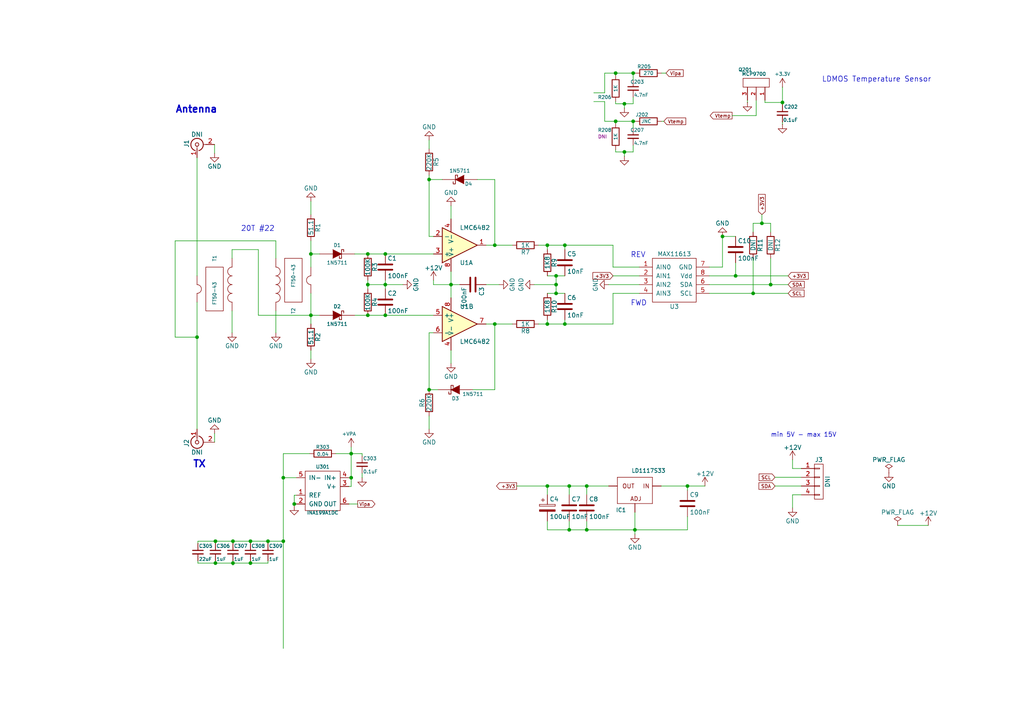
<source format=kicad_sch>
(kicad_sch (version 20250114) (generator "eeschema") (generator_version "9.0")
  (paper "A4")
  (title_block (title "VSWR-MONITOR-I2C") (date "2017-12-27") (rev "1.0-beta1") (company "AppMind"))
  (lib_symbols
    (symbol "+12V_1" (power) (pin_names (offset 0))
      (property "Value" "+12V" (at 0 3.556 0))
      (symbol "+12V_1_1_1"
        (pin power_in line (at 0 0 90) (length 0) (hide yes) (name "+12V") (number "1"))
      )
    )
    (symbol "+12V_2" (power) (pin_names (offset 0))
      (property "Value" "+12V" (at 0 3.556 0))
      (symbol "+12V_2_1_1"
        (pin power_in line (at 0 0 90) (length 0) (hide yes) (name "+12V") (number "1"))
      )
    )
    (symbol "+12V_3" (power) (pin_names (offset 0))
      (property "Value" "+12V" (at 0 3.556 0))
      (symbol "+12V_3_1_1"
        (pin power_in line (at 0 0 90) (length 0) (hide yes) (name "+12V") (number "1"))
      )
    )
    (symbol "+12V_4" (power) (pin_names (offset 0))
      (property "Value" "+12V" (at 0 3.556 0))
      (symbol "+12V_4_1_1"
        (pin power_in line (at 0 0 90) (length 0) (hide yes) (name "+12V") (number "1"))
      )
    )
    (symbol "+12V_5" (power) (pin_names (offset 0))
      (property "Value" "+12V" (at 0 3.556 0))
      (symbol "+12V_5_1_1"
        (pin power_in line (at 0 0 90) (length 0) (hide yes) (name "+12V") (number "1"))
      )
    )
    (symbol "+12V_6" (power) (pin_names (offset 0))
      (property "Value" "+12V" (at 0 3.556 0))
      (symbol "+12V_6_1_1"
        (pin power_in line (at 0 0 90) (length 0) (hide yes) (name "+12V") (number "1"))
      )
    )
    (symbol "+12V_7" (power) (pin_names (offset 0))
      (property "Value" "+12V" (at 0 3.556 0))
      (symbol "+12V_7_1_1"
        (pin power_in line (at 0 0 90) (length 0) (hide yes) (name "+12V") (number "1"))
      )
    )
    (symbol "+12V_8" (power) (pin_names (offset 0))
      (property "Value" "+12V" (at 0 3.556 0))
      (symbol "+12V_8_1_1"
        (pin power_in line (at 0 0 90) (length 0) (hide yes) (name "+12V") (number "1"))
      )
    )
    (symbol "CONN_01X04_1" (pin_names (offset 1.016) (hide yes))
      (property "Reference" "J" (at 0 6.35 0))
      (property "Value" "CONN_01X04" (at 2.54 0 90))
      (symbol "CONN_01X04_1_1_1"
        (pin passive line (at -5.08 3.81 0) (length 3.81) (name "P1") (number "1"))
        (pin passive line (at -5.08 1.27 0) (length 3.81) (name "P2") (number "2"))
        (pin passive line (at -5.08 -1.27 0) (length 3.81) (name "P3") (number "3"))
        (pin passive line (at -5.08 -3.81 0) (length 3.81) (name "P4") (number "4"))
      )
    )
    (symbol "CONN_01X04_2" (pin_names (offset 1.016) (hide yes))
      (property "Reference" "J" (at 0 6.35 0))
      (property "Value" "CONN_01X04" (at 2.54 0 90))
      (symbol "CONN_01X04_2_1_1"
        (pin passive line (at -5.08 3.81 0) (length 3.81) (name "P1") (number "1"))
        (pin passive line (at -5.08 1.27 0) (length 3.81) (name "P2") (number "2"))
        (pin passive line (at -5.08 -1.27 0) (length 3.81) (name "P3") (number "3"))
        (pin passive line (at -5.08 -3.81 0) (length 3.81) (name "P4") (number "4"))
      )
    )
    (symbol "CONN_COAXIAL_1" (pin_names (offset 1.016) (hide yes))
      (property "Reference" "J" (at 0.254 3.048 0))
      (property "Value" "CONN_COAXIAL" (at 2.921 0 90))
      (symbol "CONN_COAXIAL_1_1_1"
        (pin passive line (at -3.81 0 0) (length 2.54) (name "In") (number "1"))
        (pin passive line (at 0 -5.08 90) (length 2.54) (name "Ext") (number "2"))
      )
    )
    (symbol "CONN_COAXIAL_2" (pin_names (offset 1.016) (hide yes))
      (property "Reference" "J" (at 0.254 3.048 0))
      (property "Value" "CONN_COAXIAL" (at 2.921 0 90))
      (symbol "CONN_COAXIAL_2_1_1"
        (pin passive line (at -3.81 0 0) (length 2.54) (name "In") (number "1"))
        (pin passive line (at 0 -5.08 90) (length 2.54) (name "Ext") (number "2"))
      )
    )
    (symbol "CONN_COAXIAL_3" (pin_names (offset 1.016) (hide yes))
      (property "Reference" "J" (at 0.254 3.048 0))
      (property "Value" "CONN_COAXIAL" (at 2.921 0 90))
      (symbol "CONN_COAXIAL_3_1_1"
        (pin passive line (at -3.81 0 0) (length 2.54) (name "In") (number "1"))
        (pin passive line (at 0 -5.08 90) (length 2.54) (name "Ext") (number "2"))
      )
    )
    (symbol "CONN_COAXIAL_4" (pin_names (offset 1.016) (hide yes))
      (property "Reference" "J" (at 0.254 3.048 0))
      (property "Value" "CONN_COAXIAL" (at 2.921 0 90))
      (symbol "CONN_COAXIAL_4_1_1"
        (pin passive line (at -3.81 0 0) (length 2.54) (name "In") (number "1"))
        (pin passive line (at 0 -5.08 90) (length 2.54) (name "Ext") (number "2"))
      )
    )
    (symbol "CP_1" (pin_numbers (hide yes)) (pin_names (offset 0.254))
      (property "Reference" "C" (at 0.635 2.54 0))
      (property "Value" "CP" (at 0.635 -2.54 0))
      (symbol "CP_1_1_1"
        (pin passive line (at 0 3.81 270) (length 2.794) (name "~") (number "1"))
        (pin passive line (at 0 -3.81 90) (length 2.794) (name "~") (number "2"))
      )
    )
    (symbol "CP_2" (pin_numbers (hide yes)) (pin_names (offset 0.254))
      (property "Reference" "C" (at 0.635 2.54 0))
      (property "Value" "CP" (at 0.635 -2.54 0))
      (symbol "CP_2_1_1"
        (pin passive line (at 0 3.81 270) (length 2.794) (name "~") (number "1"))
        (pin passive line (at 0 -3.81 90) (length 2.794) (name "~") (number "2"))
      )
    )
    (symbol "C_1" (pin_numbers (hide yes)) (pin_names (offset 0.254))
      (property "Reference" "C" (at 0.635 2.54 0))
      (property "Value" "C" (at 0.635 -2.54 0))
      (symbol "C_1_1_1"
        (pin passive line (at 0 3.81 270) (length 2.794) (name "~") (number "1"))
        (pin passive line (at 0 -3.81 90) (length 2.794) (name "~") (number "2"))
      )
    )
    (symbol "C_10" (pin_numbers (hide yes)) (pin_names (offset 0.254))
      (property "Reference" "C" (at 0.635 2.54 0))
      (property "Value" "C" (at 0.635 -2.54 0))
      (symbol "C_10_1_1"
        (pin passive line (at 0 3.81 270) (length 2.794) (name "~") (number "1"))
        (pin passive line (at 0 -3.81 90) (length 2.794) (name "~") (number "2"))
      )
    )
    (symbol "C_11" (pin_numbers (hide yes)) (pin_names (offset 0.254))
      (property "Reference" "C" (at 0.635 2.54 0))
      (property "Value" "C" (at 0.635 -2.54 0))
      (symbol "C_11_1_1"
        (pin passive line (at 0 3.81 270) (length 2.794) (name "~") (number "1"))
        (pin passive line (at 0 -3.81 90) (length 2.794) (name "~") (number "2"))
      )
    )
    (symbol "C_12" (pin_numbers (hide yes)) (pin_names (offset 0.254))
      (property "Reference" "C" (at 0.635 2.54 0))
      (property "Value" "C" (at 0.635 -2.54 0))
      (symbol "C_12_1_1"
        (pin passive line (at 0 3.81 270) (length 2.794) (name "~") (number "1"))
        (pin passive line (at 0 -3.81 90) (length 2.794) (name "~") (number "2"))
      )
    )
    (symbol "C_13" (pin_numbers (hide yes)) (pin_names (offset 0.254))
      (property "Reference" "C" (at 0.635 2.54 0))
      (property "Value" "C" (at 0.635 -2.54 0))
      (symbol "C_13_1_1"
        (pin passive line (at 0 3.81 270) (length 2.794) (name "~") (number "1"))
        (pin passive line (at 0 -3.81 90) (length 2.794) (name "~") (number "2"))
      )
    )
    (symbol "C_14" (pin_numbers (hide yes)) (pin_names (offset 0.254))
      (property "Reference" "C" (at 0.635 2.54 0))
      (property "Value" "C" (at 0.635 -2.54 0))
      (symbol "C_14_1_1"
        (pin passive line (at 0 3.81 270) (length 2.794) (name "~") (number "1"))
        (pin passive line (at 0 -3.81 90) (length 2.794) (name "~") (number "2"))
      )
    )
    (symbol "C_15" (pin_numbers (hide yes)) (pin_names (offset 0.254))
      (property "Reference" "C" (at 0.635 2.54 0))
      (property "Value" "C" (at 0.635 -2.54 0))
      (symbol "C_15_1_1"
        (pin passive line (at 0 3.81 270) (length 2.794) (name "~") (number "1"))
        (pin passive line (at 0 -3.81 90) (length 2.794) (name "~") (number "2"))
      )
    )
    (symbol "C_16" (pin_numbers (hide yes)) (pin_names (offset 0.254))
      (property "Reference" "C" (at 0.635 2.54 0))
      (property "Value" "C" (at 0.635 -2.54 0))
      (symbol "C_16_1_1"
        (pin passive line (at 0 3.81 270) (length 2.794) (name "~") (number "1"))
        (pin passive line (at 0 -3.81 90) (length 2.794) (name "~") (number "2"))
      )
    )
    (symbol "C_17" (pin_numbers (hide yes)) (pin_names (offset 0.254))
      (property "Reference" "C" (at 0.635 2.54 0))
      (property "Value" "C" (at 0.635 -2.54 0))
      (symbol "C_17_1_1"
        (pin passive line (at 0 3.81 270) (length 2.794) (name "~") (number "1"))
        (pin passive line (at 0 -3.81 90) (length 2.794) (name "~") (number "2"))
      )
    )
    (symbol "C_18" (pin_numbers (hide yes)) (pin_names (offset 0.254))
      (property "Reference" "C" (at 0.635 2.54 0))
      (property "Value" "C" (at 0.635 -2.54 0))
      (symbol "C_18_1_1"
        (pin passive line (at 0 3.81 270) (length 2.794) (name "~") (number "1"))
        (pin passive line (at 0 -3.81 90) (length 2.794) (name "~") (number "2"))
      )
    )
    (symbol "C_2" (pin_numbers (hide yes)) (pin_names (offset 0.254))
      (property "Reference" "C" (at 0.635 2.54 0))
      (property "Value" "C" (at 0.635 -2.54 0))
      (symbol "C_2_1_1"
        (pin passive line (at 0 3.81 270) (length 2.794) (name "~") (number "1"))
        (pin passive line (at 0 -3.81 90) (length 2.794) (name "~") (number "2"))
      )
    )
    (symbol "C_3" (pin_numbers (hide yes)) (pin_names (offset 0.254))
      (property "Reference" "C" (at 0.635 2.54 0))
      (property "Value" "C" (at 0.635 -2.54 0))
      (symbol "C_3_1_1"
        (pin passive line (at 0 3.81 270) (length 2.794) (name "~") (number "1"))
        (pin passive line (at 0 -3.81 90) (length 2.794) (name "~") (number "2"))
      )
    )
    (symbol "C_4" (pin_numbers (hide yes)) (pin_names (offset 0.254))
      (property "Reference" "C" (at 0.635 2.54 0))
      (property "Value" "C" (at 0.635 -2.54 0))
      (symbol "C_4_1_1"
        (pin passive line (at 0 3.81 270) (length 2.794) (name "~") (number "1"))
        (pin passive line (at 0 -3.81 90) (length 2.794) (name "~") (number "2"))
      )
    )
    (symbol "C_5" (pin_numbers (hide yes)) (pin_names (offset 0.254))
      (property "Reference" "C" (at 0.635 2.54 0))
      (property "Value" "C" (at 0.635 -2.54 0))
      (symbol "C_5_1_1"
        (pin passive line (at 0 3.81 270) (length 2.794) (name "~") (number "1"))
        (pin passive line (at 0 -3.81 90) (length 2.794) (name "~") (number "2"))
      )
    )
    (symbol "C_6" (pin_numbers (hide yes)) (pin_names (offset 0.254))
      (property "Reference" "C" (at 0.635 2.54 0))
      (property "Value" "C" (at 0.635 -2.54 0))
      (symbol "C_6_1_1"
        (pin passive line (at 0 3.81 270) (length 2.794) (name "~") (number "1"))
        (pin passive line (at 0 -3.81 90) (length 2.794) (name "~") (number "2"))
      )
    )
    (symbol "C_7" (pin_numbers (hide yes)) (pin_names (offset 0.254))
      (property "Reference" "C" (at 0.635 2.54 0))
      (property "Value" "C" (at 0.635 -2.54 0))
      (symbol "C_7_1_1"
        (pin passive line (at 0 3.81 270) (length 2.794) (name "~") (number "1"))
        (pin passive line (at 0 -3.81 90) (length 2.794) (name "~") (number "2"))
      )
    )
    (symbol "C_8" (pin_numbers (hide yes)) (pin_names (offset 0.254))
      (property "Reference" "C" (at 0.635 2.54 0))
      (property "Value" "C" (at 0.635 -2.54 0))
      (symbol "C_8_1_1"
        (pin passive line (at 0 3.81 270) (length 2.794) (name "~") (number "1"))
        (pin passive line (at 0 -3.81 90) (length 2.794) (name "~") (number "2"))
      )
    )
    (symbol "C_9" (pin_numbers (hide yes)) (pin_names (offset 0.254))
      (property "Reference" "C" (at 0.635 2.54 0))
      (property "Value" "C" (at 0.635 -2.54 0))
      (symbol "C_9_1_1"
        (pin passive line (at 0 3.81 270) (length 2.794) (name "~") (number "1"))
        (pin passive line (at 0 -3.81 90) (length 2.794) (name "~") (number "2"))
      )
    )
    (symbol "DIODESCH_1" (pin_numbers (hide yes)) (pin_names (offset 1.016) (hide yes))
      (property "Reference" "D" (at 0 2.54 0))
      (property "Value" "DIODESCH" (at 0 -2.54 0))
      (symbol "DIODESCH_1_1_1"
        (pin passive line (at -5.08 0 0) (length 3.81) (name "A") (number "1"))
        (pin passive line (at 5.08 0 180) (length 3.81) (name "K") (number "2"))
      )
    )
    (symbol "DIODESCH_2" (pin_numbers (hide yes)) (pin_names (offset 1.016) (hide yes))
      (property "Reference" "D" (at 0 2.54 0))
      (property "Value" "DIODESCH" (at 0 -2.54 0))
      (symbol "DIODESCH_2_1_1"
        (pin passive line (at -5.08 0 0) (length 3.81) (name "A") (number "1"))
        (pin passive line (at 5.08 0 180) (length 3.81) (name "K") (number "2"))
      )
    )
    (symbol "DIODESCH_3" (pin_numbers (hide yes)) (pin_names (offset 1.016) (hide yes))
      (property "Reference" "D" (at 0 2.54 0))
      (property "Value" "DIODESCH" (at 0 -2.54 0))
      (symbol "DIODESCH_3_1_1"
        (pin passive line (at -5.08 0 0) (length 3.81) (name "A") (number "1"))
        (pin passive line (at 5.08 0 180) (length 3.81) (name "K") (number "2"))
      )
    )
    (symbol "DIODESCH_4" (pin_numbers (hide yes)) (pin_names (offset 1.016) (hide yes))
      (property "Reference" "D" (at 0 2.54 0))
      (property "Value" "DIODESCH" (at 0 -2.54 0))
      (symbol "DIODESCH_4_1_1"
        (pin passive line (at -5.08 0 0) (length 3.81) (name "A") (number "1"))
        (pin passive line (at 5.08 0 180) (length 3.81) (name "K") (number "2"))
      )
    )
    (symbol "DIODESCH_5" (pin_numbers (hide yes)) (pin_names (offset 1.016) (hide yes))
      (property "Reference" "D" (at 0 2.54 0))
      (property "Value" "DIODESCH" (at 0 -2.54 0))
      (symbol "DIODESCH_5_1_1"
        (pin passive line (at -5.08 0 0) (length 3.81) (name "A") (number "1"))
        (pin passive line (at 5.08 0 180) (length 3.81) (name "K") (number "2"))
      )
    )
    (symbol "DIODESCH_6" (pin_numbers (hide yes)) (pin_names (offset 1.016) (hide yes))
      (property "Reference" "D" (at 0 2.54 0))
      (property "Value" "DIODESCH" (at 0 -2.54 0))
      (symbol "DIODESCH_6_1_1"
        (pin passive line (at -5.08 0 0) (length 3.81) (name "A") (number "1"))
        (pin passive line (at 5.08 0 180) (length 3.81) (name "K") (number "2"))
      )
    )
    (symbol "DIODESCH_7" (pin_numbers (hide yes)) (pin_names (offset 1.016) (hide yes))
      (property "Reference" "D" (at 0 2.54 0))
      (property "Value" "DIODESCH" (at 0 -2.54 0))
      (symbol "DIODESCH_7_1_1"
        (pin passive line (at -5.08 0 0) (length 3.81) (name "A") (number "1"))
        (pin passive line (at 5.08 0 180) (length 3.81) (name "K") (number "2"))
      )
    )
    (symbol "DIODESCH_8" (pin_numbers (hide yes)) (pin_names (offset 1.016) (hide yes))
      (property "Reference" "D" (at 0 2.54 0))
      (property "Value" "DIODESCH" (at 0 -2.54 0))
      (symbol "DIODESCH_8_1_1"
        (pin passive line (at -5.08 0 0) (length 3.81) (name "A") (number "1"))
        (pin passive line (at 5.08 0 180) (length 3.81) (name "K") (number "2"))
      )
    )
    (symbol "GND_1" (power) (pin_names (offset 0))
      (property "Value" "GND" (at 0 -3.81 0))
      (symbol "GND_1_1_1"
        (pin power_in line (at 0 0 270) (length 0) (hide yes) (name "GND") (number "1"))
      )
    )
    (symbol "GND_10" (power) (pin_names (offset 0))
      (property "Value" "GND" (at 0 -3.81 0))
      (symbol "GND_10_1_1"
        (pin power_in line (at 0 0 270) (length 0) (hide yes) (name "GND") (number "1"))
      )
    )
    (symbol "GND_11" (power) (pin_names (offset 0))
      (property "Value" "GND" (at 0 -3.81 0))
      (symbol "GND_11_1_1"
        (pin power_in line (at 0 0 270) (length 0) (hide yes) (name "GND") (number "1"))
      )
    )
    (symbol "GND_12" (power) (pin_names (offset 0))
      (property "Value" "GND" (at 0 -3.81 0))
      (symbol "GND_12_1_1"
        (pin power_in line (at 0 0 270) (length 0) (hide yes) (name "GND") (number "1"))
      )
    )
    (symbol "GND_13" (power) (pin_names (offset 0))
      (property "Value" "GND" (at 0 -3.81 0))
      (symbol "GND_13_1_1"
        (pin power_in line (at 0 0 270) (length 0) (hide yes) (name "GND") (number "1"))
      )
    )
    (symbol "GND_14" (power) (pin_names (offset 0))
      (property "Value" "GND" (at 0 -3.81 0))
      (symbol "GND_14_1_1"
        (pin power_in line (at 0 0 270) (length 0) (hide yes) (name "GND") (number "1"))
      )
    )
    (symbol "GND_15" (power) (pin_names (offset 0))
      (property "Value" "GND" (at 0 -3.81 0))
      (symbol "GND_15_1_1"
        (pin power_in line (at 0 0 270) (length 0) (hide yes) (name "GND") (number "1"))
      )
    )
    (symbol "GND_16" (power) (pin_names (offset 0))
      (property "Value" "GND" (at 0 -3.81 0))
      (symbol "GND_16_1_1"
        (pin power_in line (at 0 0 270) (length 0) (hide yes) (name "GND") (number "1"))
      )
    )
    (symbol "GND_17" (power) (pin_names (offset 0))
      (property "Value" "GND" (at 0 -3.81 0))
      (symbol "GND_17_1_1"
        (pin power_in line (at 0 0 270) (length 0) (hide yes) (name "GND") (number "1"))
      )
    )
    (symbol "GND_18" (power) (pin_names (offset 0))
      (property "Value" "GND" (at 0 -3.81 0))
      (symbol "GND_18_1_1"
        (pin power_in line (at 0 0 270) (length 0) (hide yes) (name "GND") (number "1"))
      )
    )
    (symbol "GND_19" (power) (pin_names (offset 0))
      (property "Value" "GND" (at 0 -3.81 0))
      (symbol "GND_19_1_1"
        (pin power_in line (at 0 0 270) (length 0) (hide yes) (name "GND") (number "1"))
      )
    )
    (symbol "GND_2" (power) (pin_names (offset 0))
      (property "Value" "GND" (at 0 -3.81 0))
      (symbol "GND_2_1_1"
        (pin power_in line (at 0 0 270) (length 0) (hide yes) (name "GND") (number "1"))
      )
    )
    (symbol "GND_20" (power) (pin_names (offset 0))
      (property "Value" "GND" (at 0 -3.81 0))
      (symbol "GND_20_1_1"
        (pin power_in line (at 0 0 270) (length 0) (hide yes) (name "GND") (number "1"))
      )
    )
    (symbol "GND_21" (power) (pin_names (offset 0))
      (property "Value" "GND" (at 0 -3.81 0))
      (symbol "GND_21_1_1"
        (pin power_in line (at 0 0 270) (length 0) (hide yes) (name "GND") (number "1"))
      )
    )
    (symbol "GND_22" (power) (pin_names (offset 0))
      (property "Value" "GND" (at 0 -3.81 0))
      (symbol "GND_22_1_1"
        (pin power_in line (at 0 0 270) (length 0) (hide yes) (name "GND") (number "1"))
      )
    )
    (symbol "GND_23" (power) (pin_names (offset 0))
      (property "Value" "GND" (at 0 -3.81 0))
      (symbol "GND_23_1_1"
        (pin power_in line (at 0 0 270) (length 0) (hide yes) (name "GND") (number "1"))
      )
    )
    (symbol "GND_24" (power) (pin_names (offset 0))
      (property "Value" "GND" (at 0 -3.81 0))
      (symbol "GND_24_1_1"
        (pin power_in line (at 0 0 270) (length 0) (hide yes) (name "GND") (number "1"))
      )
    )
    (symbol "GND_25" (power) (pin_names (offset 0))
      (property "Value" "GND" (at 0 -3.81 0))
      (symbol "GND_25_1_1"
        (pin power_in line (at 0 0 270) (length 0) (hide yes) (name "GND") (number "1"))
      )
    )
    (symbol "GND_26" (power) (pin_names (offset 0))
      (property "Value" "GND" (at 0 -3.81 0))
      (symbol "GND_26_1_1"
        (pin power_in line (at 0 0 270) (length 0) (hide yes) (name "GND") (number "1"))
      )
    )
    (symbol "GND_27" (power) (pin_names (offset 0))
      (property "Value" "GND" (at 0 -3.81 0))
      (symbol "GND_27_1_1"
        (pin power_in line (at 0 0 270) (length 0) (hide yes) (name "GND") (number "1"))
      )
    )
    (symbol "GND_28" (power) (pin_names (offset 0))
      (property "Value" "GND" (at 0 -3.81 0))
      (symbol "GND_28_1_1"
        (pin power_in line (at 0 0 270) (length 0) (hide yes) (name "GND") (number "1"))
      )
    )
    (symbol "GND_29" (power) (pin_names (offset 0))
      (property "Value" "GND" (at 0 -3.81 0))
      (symbol "GND_29_1_1"
        (pin power_in line (at 0 0 270) (length 0) (hide yes) (name "GND") (number "1"))
      )
    )
    (symbol "GND_3" (power) (pin_names (offset 0))
      (property "Value" "GND" (at 0 -3.81 0))
      (symbol "GND_3_1_1"
        (pin power_in line (at 0 0 270) (length 0) (hide yes) (name "GND") (number "1"))
      )
    )
    (symbol "GND_30" (power) (pin_names (offset 0))
      (property "Value" "GND" (at 0 -3.81 0))
      (symbol "GND_30_1_1"
        (pin power_in line (at 0 0 270) (length 0) (hide yes) (name "GND") (number "1"))
      )
    )
    (symbol "GND_31" (power) (pin_names (offset 0))
      (property "Value" "GND" (at 0 -3.81 0))
      (symbol "GND_31_1_1"
        (pin power_in line (at 0 0 270) (length 0) (hide yes) (name "GND") (number "1"))
      )
    )
    (symbol "GND_32" (power) (pin_names (offset 0))
      (property "Value" "GND" (at 0 -3.81 0))
      (symbol "GND_32_1_1"
        (pin power_in line (at 0 0 270) (length 0) (hide yes) (name "GND") (number "1"))
      )
    )
    (symbol "GND_33" (power) (pin_names (offset 0))
      (property "Value" "GND" (at 0 -3.81 0))
      (symbol "GND_33_1_1"
        (pin power_in line (at 0 0 270) (length 0) (hide yes) (name "GND") (number "1"))
      )
    )
    (symbol "GND_34" (power) (pin_names (offset 0))
      (property "Value" "GND" (at 0 -3.81 0))
      (symbol "GND_34_1_1"
        (pin power_in line (at 0 0 270) (length 0) (hide yes) (name "GND") (number "1"))
      )
    )
    (symbol "GND_35" (power) (pin_names (offset 0))
      (property "Value" "GND" (at 0 -3.81 0))
      (symbol "GND_35_1_1"
        (pin power_in line (at 0 0 270) (length 0) (hide yes) (name "GND") (number "1"))
      )
    )
    (symbol "GND_36" (power) (pin_names (offset 0))
      (property "Value" "GND" (at 0 -3.81 0))
      (symbol "GND_36_1_1"
        (pin power_in line (at 0 0 270) (length 0) (hide yes) (name "GND") (number "1"))
      )
    )
    (symbol "GND_4" (power) (pin_names (offset 0))
      (property "Value" "GND" (at 0 -3.81 0))
      (symbol "GND_4_1_1"
        (pin power_in line (at 0 0 270) (length 0) (hide yes) (name "GND") (number "1"))
      )
    )
    (symbol "GND_5" (power) (pin_names (offset 0))
      (property "Value" "GND" (at 0 -3.81 0))
      (symbol "GND_5_1_1"
        (pin power_in line (at 0 0 270) (length 0) (hide yes) (name "GND") (number "1"))
      )
    )
    (symbol "GND_6" (power) (pin_names (offset 0))
      (property "Value" "GND" (at 0 -3.81 0))
      (symbol "GND_6_1_1"
        (pin power_in line (at 0 0 270) (length 0) (hide yes) (name "GND") (number "1"))
      )
    )
    (symbol "GND_7" (power) (pin_names (offset 0))
      (property "Value" "GND" (at 0 -3.81 0))
      (symbol "GND_7_1_1"
        (pin power_in line (at 0 0 270) (length 0) (hide yes) (name "GND") (number "1"))
      )
    )
    (symbol "GND_8" (power) (pin_names (offset 0))
      (property "Value" "GND" (at 0 -3.81 0))
      (symbol "GND_8_1_1"
        (pin power_in line (at 0 0 270) (length 0) (hide yes) (name "GND") (number "1"))
      )
    )
    (symbol "GND_9" (power) (pin_names (offset 0))
      (property "Value" "GND" (at 0 -3.81 0))
      (symbol "GND_9_1_1"
        (pin power_in line (at 0 0 270) (length 0) (hide yes) (name "GND") (number "1"))
      )
    )
    (symbol "LMC6482_1"
      (property "Reference" "U" (at 0 5.08 0))
      (property "Value" "LMC6482" (at 0 -5.08 0))
      (symbol "LMC6482_1_0_1"
        (pin power_in line (at -2.54 7.62 270) (length 3.81) (name "V+") (number "8"))
        (pin power_in line (at -2.54 -7.62 90) (length 3.81) (name "V-") (number "4"))
      )
      (symbol "LMC6482_1_1_1"
        (pin input line (at -7.62 2.54 0) (length 2.54) (name "+") (number "3"))
        (pin input line (at -7.62 -2.54 0) (length 2.54) (name "-") (number "2"))
        (pin output line (at 7.62 0 180) (length 2.54) (name "~") (number "1"))
      )
      (symbol "LMC6482_1_2_1"
        (pin input line (at -7.62 2.54 0) (length 2.54) (name "+") (number "5"))
        (pin input line (at -7.62 -2.54 0) (length 2.54) (name "-") (number "6"))
        (pin output line (at 7.62 0 180) (length 2.54) (name "~") (number "7"))
      )
    )
    (symbol "LMC6482_2"
      (property "Reference" "U" (at 0 5.08 0))
      (property "Value" "LMC6482" (at 0 -5.08 0))
      (symbol "LMC6482_2_0_1"
        (pin power_in line (at -2.54 7.62 270) (length 3.81) (name "V+") (number "8"))
        (pin power_in line (at -2.54 -7.62 90) (length 3.81) (name "V-") (number "4"))
      )
      (symbol "LMC6482_2_1_1"
        (pin input line (at -7.62 2.54 0) (length 2.54) (name "+") (number "3"))
        (pin input line (at -7.62 -2.54 0) (length 2.54) (name "-") (number "2"))
        (pin output line (at 7.62 0 180) (length 2.54) (name "~") (number "1"))
      )
      (symbol "LMC6482_2_2_1"
        (pin input line (at -7.62 2.54 0) (length 2.54) (name "+") (number "5"))
        (pin input line (at -7.62 -2.54 0) (length 2.54) (name "-") (number "6"))
        (pin output line (at 7.62 0 180) (length 2.54) (name "~") (number "7"))
      )
    )
    (symbol "LMC6482_3"
      (property "Reference" "U" (at 0 5.08 0))
      (property "Value" "LMC6482" (at 0 -5.08 0))
      (symbol "LMC6482_3_0_1"
        (pin power_in line (at -2.54 7.62 270) (length 3.81) (name "V+") (number "8"))
        (pin power_in line (at -2.54 -7.62 90) (length 3.81) (name "V-") (number "4"))
      )
      (symbol "LMC6482_3_1_1"
        (pin input line (at -7.62 2.54 0) (length 2.54) (name "+") (number "3"))
        (pin input line (at -7.62 -2.54 0) (length 2.54) (name "-") (number "2"))
        (pin output line (at 7.62 0 180) (length 2.54) (name "~") (number "1"))
      )
      (symbol "LMC6482_3_2_1"
        (pin input line (at -7.62 2.54 0) (length 2.54) (name "+") (number "5"))
        (pin input line (at -7.62 -2.54 0) (length 2.54) (name "-") (number "6"))
        (pin output line (at 7.62 0 180) (length 2.54) (name "~") (number "7"))
      )
    )
    (symbol "LMC6482_4"
      (property "Reference" "U" (at 0 5.08 0))
      (property "Value" "LMC6482" (at 0 -5.08 0))
      (symbol "LMC6482_4_0_1"
        (pin power_in line (at -2.54 7.62 270) (length 3.81) (name "V+") (number "8"))
        (pin power_in line (at -2.54 -7.62 90) (length 3.81) (name "V-") (number "4"))
      )
      (symbol "LMC6482_4_1_1"
        (pin input line (at -7.62 2.54 0) (length 2.54) (name "+") (number "3"))
        (pin input line (at -7.62 -2.54 0) (length 2.54) (name "-") (number "2"))
        (pin output line (at 7.62 0 180) (length 2.54) (name "~") (number "1"))
      )
      (symbol "LMC6482_4_2_1"
        (pin input line (at -7.62 2.54 0) (length 2.54) (name "+") (number "5"))
        (pin input line (at -7.62 -2.54 0) (length 2.54) (name "-") (number "6"))
        (pin output line (at 7.62 0 180) (length 2.54) (name "~") (number "7"))
      )
    )
    (symbol "MAX11613_1" (pin_names (offset 1.016))
      (property "Reference" "U" (at 0 -7.62 0))
      (symbol "MAX11613_1_1_1"
        (pin input line (at -10.16 3.81 0) (length 3.81) (name "AIN0") (number "1"))
        (pin input line (at -10.16 1.27 0) (length 3.81) (name "AIN1") (number "2"))
        (pin input line (at -10.16 -1.27 0) (length 3.81) (name "AIN2") (number "3"))
        (pin input line (at -10.16 -3.81 0) (length 3.81) (name "AIN3") (number "4"))
        (pin input line (at 10.16 3.81 180) (length 3.81) (name "GND") (number "7"))
        (pin power_in line (at 10.16 1.27 180) (length 3.81) (name "Vdd") (number "8"))
        (pin input line (at 10.16 -1.27 180) (length 3.81) (name "SDA") (number "6"))
        (pin input line (at 10.16 -3.81 180) (length 3.81) (name "SCL") (number "5"))
      )
    )
    (symbol "MAX11613_2" (pin_names (offset 1.016))
      (property "Reference" "U" (at 0 -7.62 0))
      (symbol "MAX11613_2_1_1"
        (pin input line (at -10.16 3.81 0) (length 3.81) (name "AIN0") (number "1"))
        (pin input line (at -10.16 1.27 0) (length 3.81) (name "AIN1") (number "2"))
        (pin input line (at -10.16 -1.27 0) (length 3.81) (name "AIN2") (number "3"))
        (pin input line (at -10.16 -3.81 0) (length 3.81) (name "AIN3") (number "4"))
        (pin input line (at 10.16 3.81 180) (length 3.81) (name "GND") (number "7"))
        (pin power_in line (at 10.16 1.27 180) (length 3.81) (name "Vdd") (number "8"))
        (pin input line (at 10.16 -1.27 180) (length 3.81) (name "SDA") (number "6"))
        (pin input line (at 10.16 -3.81 180) (length 3.81) (name "SCL") (number "5"))
      )
    )
    (symbol "PWR_FLAG_1" (power) (pin_numbers (hide yes)) (pin_names (offset 0) (hide yes))
      (property "Value" "PWR_FLAG" (at 0 3.81 0))
      (symbol "PWR_FLAG_1_0_0"
        (pin power_out line (at 0 0 90) (length 0) (name "pwr") (number "1"))
      )
    )
    (symbol "PWR_FLAG_2" (power) (pin_numbers (hide yes)) (pin_names (offset 0) (hide yes))
      (property "Value" "PWR_FLAG" (at 0 3.81 0))
      (symbol "PWR_FLAG_2_0_0"
        (pin power_out line (at 0 0 90) (length 0) (name "pwr") (number "1"))
      )
    )
    (symbol "PWR_FLAG_3" (power) (pin_numbers (hide yes)) (pin_names (offset 0) (hide yes))
      (property "Value" "PWR_FLAG" (at 0 3.81 0))
      (symbol "PWR_FLAG_3_0_0"
        (pin power_out line (at 0 0 90) (length 0) (name "pwr") (number "1"))
      )
    )
    (symbol "PWR_FLAG_4" (power) (pin_numbers (hide yes)) (pin_names (offset 0) (hide yes))
      (property "Value" "PWR_FLAG" (at 0 3.81 0))
      (symbol "PWR_FLAG_4_0_0"
        (pin power_out line (at 0 0 90) (length 0) (name "pwr") (number "1"))
      )
    )
    (symbol "R_1" (pin_numbers (hide yes)) (pin_names (offset 0))
      (property "Reference" "R" (at 2.032 0 90))
      (property "Value" "R" (at 0 0 90))
      (symbol "R_1_1_1"
        (pin passive line (at 0 3.81 270) (length 1.27) (name "~") (number "1"))
        (pin passive line (at 0 -3.81 90) (length 1.27) (name "~") (number "2"))
      )
    )
    (symbol "R_10" (pin_numbers (hide yes)) (pin_names (offset 0))
      (property "Reference" "R" (at 2.032 0 90))
      (property "Value" "R" (at 0 0 90))
      (symbol "R_10_1_1"
        (pin passive line (at 0 3.81 270) (length 1.27) (name "~") (number "1"))
        (pin passive line (at 0 -3.81 90) (length 1.27) (name "~") (number "2"))
      )
    )
    (symbol "R_11" (pin_numbers (hide yes)) (pin_names (offset 0))
      (property "Reference" "R" (at 2.032 0 90))
      (property "Value" "R" (at 0 0 90))
      (symbol "R_11_1_1"
        (pin passive line (at 0 3.81 270) (length 1.27) (name "~") (number "1"))
        (pin passive line (at 0 -3.81 90) (length 1.27) (name "~") (number "2"))
      )
    )
    (symbol "R_12" (pin_numbers (hide yes)) (pin_names (offset 0))
      (property "Reference" "R" (at 2.032 0 90))
      (property "Value" "R" (at 0 0 90))
      (symbol "R_12_1_1"
        (pin passive line (at 0 3.81 270) (length 1.27) (name "~") (number "1"))
        (pin passive line (at 0 -3.81 90) (length 1.27) (name "~") (number "2"))
      )
    )
    (symbol "R_13" (pin_numbers (hide yes)) (pin_names (offset 0))
      (property "Reference" "R" (at 2.032 0 90))
      (property "Value" "R" (at 0 0 90))
      (symbol "R_13_1_1"
        (pin passive line (at 0 3.81 270) (length 1.27) (name "~") (number "1"))
        (pin passive line (at 0 -3.81 90) (length 1.27) (name "~") (number "2"))
      )
    )
    (symbol "R_14" (pin_numbers (hide yes)) (pin_names (offset 0))
      (property "Reference" "R" (at 2.032 0 90))
      (property "Value" "R" (at 0 0 90))
      (symbol "R_14_1_1"
        (pin passive line (at 0 3.81 270) (length 1.27) (name "~") (number "1"))
        (pin passive line (at 0 -3.81 90) (length 1.27) (name "~") (number "2"))
      )
    )
    (symbol "R_15" (pin_numbers (hide yes)) (pin_names (offset 0))
      (property "Reference" "R" (at 2.032 0 90))
      (property "Value" "R" (at 0 0 90))
      (symbol "R_15_1_1"
        (pin passive line (at 0 3.81 270) (length 1.27) (name "~") (number "1"))
        (pin passive line (at 0 -3.81 90) (length 1.27) (name "~") (number "2"))
      )
    )
    (symbol "R_16" (pin_numbers (hide yes)) (pin_names (offset 0))
      (property "Reference" "R" (at 2.032 0 90))
      (property "Value" "R" (at 0 0 90))
      (symbol "R_16_1_1"
        (pin passive line (at 0 3.81 270) (length 1.27) (name "~") (number "1"))
        (pin passive line (at 0 -3.81 90) (length 1.27) (name "~") (number "2"))
      )
    )
    (symbol "R_17" (pin_numbers (hide yes)) (pin_names (offset 0))
      (property "Reference" "R" (at 2.032 0 90))
      (property "Value" "R" (at 0 0 90))
      (symbol "R_17_1_1"
        (pin passive line (at 0 3.81 270) (length 1.27) (name "~") (number "1"))
        (pin passive line (at 0 -3.81 90) (length 1.27) (name "~") (number "2"))
      )
    )
    (symbol "R_18" (pin_numbers (hide yes)) (pin_names (offset 0))
      (property "Reference" "R" (at 2.032 0 90))
      (property "Value" "R" (at 0 0 90))
      (symbol "R_18_1_1"
        (pin passive line (at 0 3.81 270) (length 1.27) (name "~") (number "1"))
        (pin passive line (at 0 -3.81 90) (length 1.27) (name "~") (number "2"))
      )
    )
    (symbol "R_19" (pin_numbers (hide yes)) (pin_names (offset 0))
      (property "Reference" "R" (at 2.032 0 90))
      (property "Value" "R" (at 0 0 90))
      (symbol "R_19_1_1"
        (pin passive line (at 0 3.81 270) (length 1.27) (name "~") (number "1"))
        (pin passive line (at 0 -3.81 90) (length 1.27) (name "~") (number "2"))
      )
    )
    (symbol "R_2" (pin_numbers (hide yes)) (pin_names (offset 0))
      (property "Reference" "R" (at 2.032 0 90))
      (property "Value" "R" (at 0 0 90))
      (symbol "R_2_1_1"
        (pin passive line (at 0 3.81 270) (length 1.27) (name "~") (number "1"))
        (pin passive line (at 0 -3.81 90) (length 1.27) (name "~") (number "2"))
      )
    )
    (symbol "R_20" (pin_numbers (hide yes)) (pin_names (offset 0))
      (property "Reference" "R" (at 2.032 0 90))
      (property "Value" "R" (at 0 0 90))
      (symbol "R_20_1_1"
        (pin passive line (at 0 3.81 270) (length 1.27) (name "~") (number "1"))
        (pin passive line (at 0 -3.81 90) (length 1.27) (name "~") (number "2"))
      )
    )
    (symbol "R_21" (pin_numbers (hide yes)) (pin_names (offset 0))
      (property "Reference" "R" (at 2.032 0 90))
      (property "Value" "R" (at 0 0 90))
      (symbol "R_21_1_1"
        (pin passive line (at 0 3.81 270) (length 1.27) (name "~") (number "1"))
        (pin passive line (at 0 -3.81 90) (length 1.27) (name "~") (number "2"))
      )
    )
    (symbol "R_22" (pin_numbers (hide yes)) (pin_names (offset 0))
      (property "Reference" "R" (at 2.032 0 90))
      (property "Value" "R" (at 0 0 90))
      (symbol "R_22_1_1"
        (pin passive line (at 0 3.81 270) (length 1.27) (name "~") (number "1"))
        (pin passive line (at 0 -3.81 90) (length 1.27) (name "~") (number "2"))
      )
    )
    (symbol "R_23" (pin_numbers (hide yes)) (pin_names (offset 0))
      (property "Reference" "R" (at 2.032 0 90))
      (property "Value" "R" (at 0 0 90))
      (symbol "R_23_1_1"
        (pin passive line (at 0 3.81 270) (length 1.27) (name "~") (number "1"))
        (pin passive line (at 0 -3.81 90) (length 1.27) (name "~") (number "2"))
      )
    )
    (symbol "R_24" (pin_numbers (hide yes)) (pin_names (offset 0))
      (property "Reference" "R" (at 2.032 0 90))
      (property "Value" "R" (at 0 0 90))
      (symbol "R_24_1_1"
        (pin passive line (at 0 3.81 270) (length 1.27) (name "~") (number "1"))
        (pin passive line (at 0 -3.81 90) (length 1.27) (name "~") (number "2"))
      )
    )
    (symbol "R_3" (pin_numbers (hide yes)) (pin_names (offset 0))
      (property "Reference" "R" (at 2.032 0 90))
      (property "Value" "R" (at 0 0 90))
      (symbol "R_3_1_1"
        (pin passive line (at 0 3.81 270) (length 1.27) (name "~") (number "1"))
        (pin passive line (at 0 -3.81 90) (length 1.27) (name "~") (number "2"))
      )
    )
    (symbol "R_4" (pin_numbers (hide yes)) (pin_names (offset 0))
      (property "Reference" "R" (at 2.032 0 90))
      (property "Value" "R" (at 0 0 90))
      (symbol "R_4_1_1"
        (pin passive line (at 0 3.81 270) (length 1.27) (name "~") (number "1"))
        (pin passive line (at 0 -3.81 90) (length 1.27) (name "~") (number "2"))
      )
    )
    (symbol "R_5" (pin_numbers (hide yes)) (pin_names (offset 0))
      (property "Reference" "R" (at 2.032 0 90))
      (property "Value" "R" (at 0 0 90))
      (symbol "R_5_1_1"
        (pin passive line (at 0 3.81 270) (length 1.27) (name "~") (number "1"))
        (pin passive line (at 0 -3.81 90) (length 1.27) (name "~") (number "2"))
      )
    )
    (symbol "R_6" (pin_numbers (hide yes)) (pin_names (offset 0))
      (property "Reference" "R" (at 2.032 0 90))
      (property "Value" "R" (at 0 0 90))
      (symbol "R_6_1_1"
        (pin passive line (at 0 3.81 270) (length 1.27) (name "~") (number "1"))
        (pin passive line (at 0 -3.81 90) (length 1.27) (name "~") (number "2"))
      )
    )
    (symbol "R_7" (pin_numbers (hide yes)) (pin_names (offset 0))
      (property "Reference" "R" (at 2.032 0 90))
      (property "Value" "R" (at 0 0 90))
      (symbol "R_7_1_1"
        (pin passive line (at 0 3.81 270) (length 1.27) (name "~") (number "1"))
        (pin passive line (at 0 -3.81 90) (length 1.27) (name "~") (number "2"))
      )
    )
    (symbol "R_8" (pin_numbers (hide yes)) (pin_names (offset 0))
      (property "Reference" "R" (at 2.032 0 90))
      (property "Value" "R" (at 0 0 90))
      (symbol "R_8_1_1"
        (pin passive line (at 0 3.81 270) (length 1.27) (name "~") (number "1"))
        (pin passive line (at 0 -3.81 90) (length 1.27) (name "~") (number "2"))
      )
    )
    (symbol "R_9" (pin_numbers (hide yes)) (pin_names (offset 0))
      (property "Reference" "R" (at 2.032 0 90))
      (property "Value" "R" (at 0 0 90))
      (symbol "R_9_1_1"
        (pin passive line (at 0 3.81 270) (length 1.27) (name "~") (number "1"))
        (pin passive line (at 0 -3.81 90) (length 1.27) (name "~") (number "2"))
      )
    )
    (symbol "Toroid_1" (pin_names (offset 1.016))
      (property "Reference" "T" (at 10.16 0 0))
      (property "Value" "Toroid" (at 0 0 0))
      (symbol "Toroid_1_1_1"
        (pin input line (at -5.08 -5.08 0) (length 2.54) (name "sec1") (number "3"))
        (pin input line (at -2.54 5.08 0) (length 2.54) (name "pri") (number "1"))
        (pin input line (at 5.08 5.08 180) (length 2.54) (name "pri2") (number "2"))
        (pin input line (at 10.16 -5.08 180) (length 2.54) (name "sec2") (number "4"))
      )
    )
    (symbol "Toroid_2" (pin_names (offset 1.016))
      (property "Reference" "T" (at 10.16 0 0))
      (property "Value" "Toroid" (at 0 0 0))
      (symbol "Toroid_2_1_1"
        (pin input line (at -5.08 -5.08 0) (length 2.54) (name "sec1") (number "3"))
        (pin input line (at -2.54 5.08 0) (length 2.54) (name "pri") (number "1"))
        (pin input line (at 5.08 5.08 180) (length 2.54) (name "pri2") (number "2"))
        (pin input line (at 10.16 -5.08 180) (length 2.54) (name "sec2") (number "4"))
      )
    )
    (symbol "Toroid_3" (pin_names (offset 1.016))
      (property "Reference" "T" (at 10.16 0 0))
      (property "Value" "Toroid" (at 0 0 0))
      (symbol "Toroid_3_1_1"
        (pin input line (at -5.08 -5.08 0) (length 2.54) (name "sec1") (number "3"))
        (pin input line (at -2.54 5.08 0) (length 2.54) (name "pri") (number "1"))
        (pin input line (at 5.08 5.08 180) (length 2.54) (name "pri2") (number "2"))
        (pin input line (at 10.16 -5.08 180) (length 2.54) (name "sec2") (number "4"))
      )
    )
    (symbol "Toroid_4" (pin_names (offset 1.016))
      (property "Reference" "T" (at 10.16 0 0))
      (property "Value" "Toroid" (at 0 0 0))
      (symbol "Toroid_4_1_1"
        (pin input line (at -5.08 -5.08 0) (length 2.54) (name "sec1") (number "3"))
        (pin input line (at -2.54 5.08 0) (length 2.54) (name "pri") (number "1"))
        (pin input line (at 5.08 5.08 180) (length 2.54) (name "pri2") (number "2"))
        (pin input line (at 10.16 -5.08 180) (length 2.54) (name "sec2") (number "4"))
      )
    )
    (symbol "V-REG_LD117AS33TR_1" (pin_numbers (hide yes)) (pin_names (offset 1.016) (hide yes))
      (property "Reference" "IC" (at 2.54 -7.62 0))
      (property "Value" "V-REG_LD117AS33TR" (at 2.54 -10.16 0))
      (symbol "V-REG_LD117AS33TR_1_1_0"
        (text "IN" (at -3.2766 -0.0254 0) (effects (font (size 1.2192 1.2192))))
        (text "ADJ" (at -0.2794 -3.7084 0) (effects (font (size 1.2192 1.2192))))
        (text "OUT" (at 1.8796 -0.0254 0) (effects (font (size 1.2192 1.2192))))
      )
      (symbol "V-REG_LD117AS33TR_1_1_1"
        (pin input line (at -7.62 0 0) (length 2.54) (name "IN") (number "3"))
        (pin input line (at 0 -7.62 90) (length 2.54) (name "ADJ") (number "1"))
        (pin passive line (at 7.62 0 180) (length 2.54) (name "OUT") (number "4"))
      )
    )
    (symbol "V-REG_LD117AS33TR_2" (pin_numbers (hide yes)) (pin_names (offset 1.016) (hide yes))
      (property "Reference" "IC" (at 2.54 -7.62 0))
      (property "Value" "V-REG_LD117AS33TR" (at 2.54 -10.16 0))
      (symbol "V-REG_LD117AS33TR_2_1_0"
        (text "IN" (at -3.2766 -0.0254 0) (effects (font (size 1.2192 1.2192))))
        (text "ADJ" (at -0.2794 -3.7084 0) (effects (font (size 1.2192 1.2192))))
        (text "OUT" (at 1.8796 -0.0254 0) (effects (font (size 1.2192 1.2192))))
      )
      (symbol "V-REG_LD117AS33TR_2_1_1"
        (pin input line (at -7.62 0 0) (length 2.54) (name "IN") (number "3"))
        (pin input line (at 0 -7.62 90) (length 2.54) (name "ADJ") (number "1"))
        (pin passive line (at 7.62 0 180) (length 2.54) (name "OUT") (number "4"))
      )
    )
    (symbol "hermeslite:+VPA" (power) (pin_names (offset 0))
      (property "Value" "+VPA" (at 0 3.556 0))
      (symbol "+VPA_1_1"
        (pin power_in line (at 0 0 90) (length 0) (hide yes) (name "+VPA") (number "1"))
      )
    )
    (symbol "hermeslite:C_Small" (pin_numbers (hide yes)) (pin_names (offset 0.254) (hide yes))
      (property "Reference" "C" (at 0.254 1.778 0))
      (property "Value" "C_Small" (at 0.254 -2.032 0))
      (symbol "C_Small_1_1"
        (pin passive line (at 0 2.54 270) (length 2.032) (name "~") (number "1"))
        (pin passive line (at 0 -2.54 90) (length 2.032) (name "~") (number "2"))
      )
    )
    (symbol "hermeslite:INA199x1" (pin_names (offset 1.016))
      (property "Reference" "U" (at 0 -6.35 0))
      (property "Value" "INA199x1" (at 0 -1.27 0))
      (symbol "INA199x1_1_1"
        (pin input line (at -7.62 9.525 0) (length 2.54) (name "IN+") (number "4"))
        (pin input line (at -7.62 6.985 0) (length 2.54) (name "V+") (number "3"))
        (pin input line (at -7.62 1.905 0) (length 2.54) (name "OUT") (number "6"))
        (pin input line (at 7.62 9.525 180) (length 2.54) (name "IN-") (number "5"))
        (pin input line (at 7.62 4.445 180) (length 2.54) (name "REF") (number "1"))
        (pin input line (at 7.62 1.905 180) (length 2.54) (name "GND") (number "2"))
      )
    )
    (symbol "hermeslite:JNC" (pin_numbers (hide yes)) (pin_names (offset 0))
      (property "Reference" "J" (at 2.032 0 90))
      (property "Value" "JNC" (at 0 0 90))
      (symbol "JNC_1_1"
        (pin passive line (at 0 3.81 270) (length 1.27) (name "~") (number "2"))
        (pin passive line (at 0 -3.81 90) (length 1.27) (name "~") (number "1"))
      )
    )
    (symbol "hermeslite:MCP9700" (pin_names (offset 1.016))
      (property "Reference" "Q" (at -1.27 8.89 0))
      (property "Value" "MCP9700" (at -1.27 -1.27 0))
      (symbol "MCP9700_1_1"
        (pin passive line (at 3.81 6.35 180) (length 3.81) (name "~") (number "1"))
        (pin passive line (at 3.81 3.81 180) (length 3.81) (name "~") (number "2"))
        (pin passive line (at 3.81 1.27 180) (length 3.81) (name "~") (number "3"))
      )
    )
    (symbol "hermeslite:R" (pin_numbers (hide yes)) (pin_names (offset 0))
      (property "Reference" "R" (at 2.032 0 90))
      (property "Value" "R" (at 0 0 90))
      (symbol "R_1_1"
        (pin passive line (at 0 3.81 270) (length 1.27) (name "~") (number "1"))
        (pin passive line (at 0 -3.81 90) (length 1.27) (name "~") (number "2"))
      )
    )
    (symbol "power:+3.3V" (power) (pin_numbers (hide yes)) (pin_names (offset 0) (hide yes))
      (property "Value" "+3.3V" (at 0 3.556 0))
      (symbol "+3.3V_1_1"
        (pin power_in line (at 0 0 90) (length 0) (name "~") (number "1"))
      )
    )
    (symbol "power:GND" (power) (pin_numbers (hide yes)) (pin_names (offset 0) (hide yes))
      (property "Value" "GND" (at 0 -3.81 0))
      (symbol "GND_1_1"
        (pin power_in line (at 0 0 270) (length 0) (name "~") (number "1"))
      )
    )
  )
  (text "LDMOS Temperature Sensor" (at 238.379 24.003 0) (effects (font (size 1.524 1.524)) (justify left bottom)))
  (text "min 5V - max 15V" (at 223.52 127 0) (effects (font (size 1.2954 1.2954)) (justify left bottom)))
  (text "FWD" (at 182.88 88.9 0) (effects (font (size 1.524 1.524)) (justify left bottom)))
  (text "Antenna" (at 50.8 33.02 0) (effects (font (size 2.0066 2.0066) (thickness 0.4013) (bold yes)) (justify left bottom)))
  (text "TX" (at 55.88 135.89 0) (effects (font (size 2.0066 2.0066) (thickness 0.4013) (bold yes)) (justify left bottom)))
  (text "REV" (at 182.88 74.93 0) (effects (font (size 1.524 1.524)) (justify left bottom)))
  (text "20T #22" (at 69.85 67.31 0) (effects (font (size 1.524 1.524)) (justify left bottom)))
  (junction (at 161.29 80.01))
  (junction (at 101.854 131.572))
  (junction (at 82.169 138.557))
  (junction (at 90.17 73.66))
  (junction (at 67.564 163.322))
  (junction (at 85.344 146.177))
  (junction (at 170.18 153.67))
  (junction (at 77.724 156.972))
  (junction (at 226.949 29.718))
  (junction (at 111.76 91.44))
  (junction (at 158.75 93.98))
  (junction (at 90.17 91.44))
  (junction (at 158.75 71.12))
  (junction (at 62.484 163.322))
  (junction (at 106.68 91.44))
  (junction (at 143.51 71.12))
  (junction (at 72.644 163.322))
  (junction (at 170.18 140.97))
  (junction (at 165.1 153.67))
  (junction (at 124.46 113.03))
  (junction (at 67.564 156.972))
  (junction (at 184.15 153.67))
  (junction (at 72.644 156.972))
  (junction (at 161.29 82.55))
  (junction (at 106.68 82.55))
  (junction (at 178.562 21.209))
  (junction (at 82.169 156.972))
  (junction (at 111.76 73.66))
  (junction (at 220.98 64.77))
  (junction (at 106.68 73.66))
  (junction (at 183.642 21.209))
  (junction (at 218.44 85.09))
  (junction (at 165.1 140.97))
  (junction (at 199.39 140.97))
  (junction (at 178.562 35.179))
  (junction (at 163.83 93.98))
  (junction (at 57.15 97.79))
  (junction (at 181.102 44.069))
  (junction (at 209.55 68.58))
  (junction (at 101.854 138.557))
  (junction (at 158.75 140.97))
  (junction (at 181.102 30.099))
  (junction (at 213.36 80.01))
  (junction (at 223.52 82.55))
  (junction (at 163.83 71.12))
  (junction (at 130.81 82.55))
  (junction (at 111.76 82.55))
  (junction (at 183.642 35.179))
  (junction (at 62.484 156.972))
  (junction (at 161.29 85.09))
  (junction (at 124.46 52.07))
  (junction (at 143.51 93.98))
  (wire (pts (xy 181.102 30.099) (xy 183.642 30.099)))
  (wire (pts (xy 232.41 140.97) (xy 224.79 140.97)))
  (wire (pts (xy 209.55 77.47) (xy 205.74 77.47)))
  (wire (pts (xy 218.44 64.77) (xy 220.98 64.77)))
  (wire (pts (xy 158.75 151.13) (xy 158.75 153.67)))
  (wire (pts (xy 82.169 131.572) (xy 82.169 138.557)))
  (wire (pts (xy 62.23 41.91) (xy 62.23 44.45)))
  (wire (pts (xy 90.17 73.66) (xy 90.17 77.47)))
  (wire (pts (xy 80.01 74.93) (xy 80.01 69.85)))
  (wire (pts (xy 161.29 85.09) (xy 163.83 85.09)))
  (wire (pts (xy 216.789 29.718) (xy 216.789 29.083)))
  (wire (pts (xy 106.68 82.55) (xy 106.68 83.82)))
  (wire (pts (xy 191.77 140.97) (xy 199.39 140.97)))
  (wire (pts (xy 90.17 104.14) (xy 90.17 101.6)))
  (wire (pts (xy 170.18 151.13) (xy 170.18 153.67)))
  (wire (pts (xy 106.68 81.28) (xy 106.68 82.55)))
  (wire (pts (xy 85.979 143.637) (xy 85.344 143.637)))
  (wire (pts (xy 199.39 140.97) (xy 199.39 142.24)))
  (wire (pts (xy 90.17 91.44) (xy 92.71 91.44)))
  (wire (pts (xy 85.344 146.177) (xy 85.344 146.812)))
  (wire (pts (xy 67.564 156.972) (xy 72.644 156.972)))
  (wire (pts (xy 125.73 96.52) (xy 124.46 96.52)))
  (wire (pts (xy 218.44 85.09) (xy 228.6 85.09)))
  (wire (pts (xy 220.98 64.77) (xy 223.52 64.77)))
  (wire (pts (xy 226.949 35.433) (xy 226.949 36.068)))
  (wire (pts (xy 229.87 135.89) (xy 232.41 135.89)))
  (wire (pts (xy 97.409 131.572) (xy 101.854 131.572)))
  (wire (pts (xy 232.41 138.43) (xy 224.79 138.43)))
  (wire (pts (xy 90.17 62.23) (xy 90.17 58.42)))
  (wire (pts (xy 67.564 162.687) (xy 67.564 163.322)))
  (wire (pts (xy 161.29 80.01) (xy 161.29 82.55)))
  (wire (pts (xy 158.75 71.12) (xy 158.75 72.39)))
  (wire (pts (xy 124.46 50.8) (xy 124.46 52.07)))
  (wire (pts (xy 158.75 80.01) (xy 161.29 80.01)))
  (wire (pts (xy 181.102 30.099) (xy 181.102 31.369)))
  (wire (pts (xy 111.76 91.44) (xy 125.73 91.44)))
  (wire (pts (xy 191.897 35.179) (xy 192.532 35.179)))
  (wire (pts (xy 101.854 141.097) (xy 101.219 141.097)))
  (wire (pts (xy 229.87 143.51) (xy 229.87 147.32)))
  (wire (pts (xy 158.75 71.12) (xy 163.83 71.12)))
  (wire (pts (xy 165.1 140.97) (xy 170.18 140.97)))
  (wire (pts (xy 158.75 93.98) (xy 158.75 92.71)))
  (wire (pts (xy 178.562 44.069) (xy 181.102 44.069)))
  (wire (pts (xy 82.169 138.557) (xy 82.169 156.972)))
  (wire (pts (xy 89.789 131.572) (xy 82.169 131.572)))
  (wire (pts (xy 77.724 156.972) (xy 82.169 156.972)))
  (wire (pts (xy 67.31 72.39) (xy 74.93 72.39)))
  (wire (pts (xy 80.01 69.85) (xy 50.8 69.85)))
  (wire (pts (xy 72.644 163.322) (xy 72.644 162.687)))
  (wire (pts (xy 62.484 163.322) (xy 67.564 163.322)))
  (wire (pts (xy 124.46 113.03) (xy 127 113.03)))
  (wire (pts (xy 175.387 29.464) (xy 175.387 35.179)))
  (wire (pts (xy 72.644 156.972) (xy 77.724 156.972)))
  (wire (pts (xy 62.484 156.972) (xy 67.564 156.972)))
  (wire (pts (xy 205.74 85.09) (xy 218.44 85.09)))
  (wire (pts (xy 57.404 156.972) (xy 57.404 157.607)))
  (wire (pts (xy 178.562 21.209) (xy 178.562 21.844)))
  (wire (pts (xy 90.17 91.44) (xy 90.17 93.98)))
  (wire (pts (xy 77.724 163.322) (xy 77.724 162.687)))
  (wire (pts (xy 130.81 82.55) (xy 133.35 82.55)))
  (wire (pts (xy 177.8 77.47) (xy 185.42 77.47)))
  (wire (pts (xy 124.46 96.52) (xy 124.46 113.03)))
  (wire (pts (xy 176.53 82.55) (xy 185.42 82.55)))
  (wire (pts (xy 85.344 143.637) (xy 85.344 146.177)))
  (wire (pts (xy 143.51 113.03) (xy 137.16 113.03)))
  (wire (pts (xy 223.52 82.55) (xy 228.6 82.55)))
  (wire (pts (xy 170.18 140.97) (xy 176.53 140.97)))
  (wire (pts (xy 209.55 68.58) (xy 213.36 68.58)))
  (wire (pts (xy 170.18 153.67) (xy 184.15 153.67)))
  (wire (pts (xy 50.8 97.79) (xy 57.15 97.79)))
  (wire (pts (xy 50.8 69.85) (xy 50.8 97.79)))
  (wire (pts (xy 177.8 85.09) (xy 185.42 85.09)))
  (wire (pts (xy 175.387 26.924) (xy 175.387 21.209)))
  (wire (pts (xy 181.102 44.069) (xy 181.102 45.339)))
  (wire (pts (xy 67.564 163.322) (xy 67.564 163.957)))
  (wire (pts (xy 163.83 93.98) (xy 177.8 93.98)))
  (wire (pts (xy 74.93 91.44) (xy 90.17 91.44)))
  (wire (pts (xy 77.724 156.972) (xy 77.724 157.607)))
  (wire (pts (xy 223.52 64.77) (xy 223.52 67.31)))
  (wire (pts (xy 161.29 82.55) (xy 161.29 85.09)))
  (wire (pts (xy 172.212 26.924) (xy 175.387 26.924)))
  (wire (pts (xy 221.869 29.083) (xy 221.869 29.718)))
  (wire (pts (xy 85.979 138.557) (xy 82.169 138.557)))
  (wire (pts (xy 183.642 21.209) (xy 183.642 23.114)))
  (wire (pts (xy 143.51 93.98) (xy 143.51 113.03)))
  (wire (pts (xy 67.564 156.972) (xy 67.564 157.607)))
  (wire (pts (xy 181.102 44.069) (xy 183.642 44.069)))
  (wire (pts (xy 130.81 101.6) (xy 130.81 105.41)))
  (wire (pts (xy 90.17 73.66) (xy 92.71 73.66)))
  (wire (pts (xy 125.73 82.55) (xy 125.73 81.28)))
  (wire (pts (xy 184.15 153.67) (xy 184.15 154.94)))
  (wire (pts (xy 165.1 153.67) (xy 170.18 153.67)))
  (wire (pts (xy 72.644 163.322) (xy 77.724 163.322)))
  (wire (pts (xy 140.97 82.55) (xy 144.78 82.55)))
  (wire (pts (xy 218.44 67.31) (xy 218.44 64.77)))
  (wire (pts (xy 138.43 52.07) (xy 143.51 52.07)))
  (wire (pts (xy 205.74 82.55) (xy 223.52 82.55)))
  (wire (pts (xy 213.36 80.01) (xy 228.6 80.01)))
  (wire (pts (xy 85.979 146.177) (xy 85.344 146.177)))
  (wire (pts (xy 57.15 80.01) (xy 57.15 45.72)))
  (wire (pts (xy 175.387 35.179) (xy 178.562 35.179)))
  (wire (pts (xy 101.854 131.572) (xy 105.029 131.572)))
  (wire (pts (xy 101.219 146.177) (xy 103.759 146.177)))
  (wire (pts (xy 232.41 143.51) (xy 229.87 143.51)))
  (wire (pts (xy 191.897 21.209) (xy 193.167 21.209)))
  (wire (pts (xy 143.51 93.98) (xy 148.59 93.98)))
  (wire (pts (xy 124.46 120.65) (xy 124.46 124.46)))
  (wire (pts (xy 67.31 90.17) (xy 67.31 96.52)))
  (wire (pts (xy 101.854 131.572) (xy 101.854 138.557)))
  (wire (pts (xy 62.23 125.73) (xy 62.23 128.27)))
  (wire (pts (xy 62.484 162.687) (xy 62.484 163.322)))
  (wire (pts (xy 199.39 153.67) (xy 199.39 149.86)))
  (wire (pts (xy 57.404 162.687) (xy 57.404 163.322)))
  (wire (pts (xy 102.87 91.44) (xy 106.68 91.44)))
  (wire (pts (xy 74.93 72.39) (xy 74.93 91.44)))
  (wire (pts (xy 183.642 30.099) (xy 183.642 28.194)))
  (wire (pts (xy 111.76 82.55) (xy 116.84 82.55)))
  (wire (pts (xy 158.75 93.98) (xy 163.83 93.98)))
  (wire (pts (xy 183.642 35.179) (xy 183.642 37.084)))
  (wire (pts (xy 125.73 82.55) (xy 130.81 82.55)))
  (wire (pts (xy 209.55 68.58) (xy 209.55 77.47)))
  (wire (pts (xy 101.854 138.557) (xy 101.854 141.097)))
  (wire (pts (xy 163.83 71.12) (xy 163.83 72.39)))
  (wire (pts (xy 178.562 35.179) (xy 178.562 35.814)))
  (wire (pts (xy 161.29 80.01) (xy 163.83 80.01)))
  (wire (pts (xy 105.029 131.572) (xy 105.029 132.207)))
  (wire (pts (xy 175.387 21.209) (xy 178.562 21.209)))
  (wire (pts (xy 149.86 140.97) (xy 158.75 140.97)))
  (wire (pts (xy 219.329 33.528) (xy 212.344 33.528)))
  (wire (pts (xy 213.36 76.2) (xy 213.36 80.01)))
  (wire (pts (xy 183.642 21.209) (xy 184.277 21.209)))
  (wire (pts (xy 105.029 137.287) (xy 105.029 138.557)))
  (wire (pts (xy 184.15 153.67) (xy 199.39 153.67)))
  (wire (pts (xy 102.87 73.66) (xy 106.68 73.66)))
  (wire (pts (xy 199.39 140.97) (xy 204.47 140.97)))
  (wire (pts (xy 177.8 93.98) (xy 177.8 85.09)))
  (wire (pts (xy 57.15 97.79) (xy 57.15 124.46)))
  (wire (pts (xy 170.18 140.97) (xy 170.18 143.51)))
  (wire (pts (xy 111.76 73.66) (xy 125.73 73.66)))
  (wire (pts (xy 172.212 29.464) (xy 175.387 29.464)))
  (wire (pts (xy 106.68 82.55) (xy 111.76 82.55)))
  (wire (pts (xy 90.17 85.09) (xy 90.17 91.44)))
  (wire (pts (xy 260.35 152.4) (xy 269.24 152.4)))
  (wire (pts (xy 67.564 163.322) (xy 72.644 163.322)))
  (wire (pts (xy 158.75 153.67) (xy 165.1 153.67)))
  (wire (pts (xy 124.46 52.07) (xy 124.46 68.58)))
  (wire (pts (xy 124.46 43.18) (xy 124.46 40.64)))
  (wire (pts (xy 101.219 138.557) (xy 101.854 138.557)))
  (wire (pts (xy 226.949 25.273) (xy 226.949 29.718)))
  (wire (pts (xy 218.44 74.93) (xy 218.44 85.09)))
  (wire (pts (xy 183.642 35.179) (xy 184.277 35.179)))
  (wire (pts (xy 101.854 129.667) (xy 101.854 131.572)))
  (wire (pts (xy 67.31 74.93) (xy 67.31 72.39)))
  (wire (pts (xy 57.15 87.63) (xy 57.15 97.79)))
  (wire (pts (xy 178.562 35.179) (xy 183.642 35.179)))
  (wire (pts (xy 140.97 71.12) (xy 143.51 71.12)))
  (wire (pts (xy 183.642 44.069) (xy 183.642 42.164)))
  (wire (pts (xy 165.1 140.97) (xy 165.1 143.51)))
  (wire (pts (xy 111.76 81.28) (xy 111.76 82.55)))
  (wire (pts (xy 130.81 82.55) (xy 130.81 86.36)))
  (wire (pts (xy 177.8 71.12) (xy 177.8 77.47)))
  (wire (pts (xy 223.52 74.93) (xy 223.52 82.55)))
  (wire (pts (xy 62.484 157.607) (xy 62.484 156.972)))
  (wire (pts (xy 221.869 29.718) (xy 226.949 29.718)))
  (wire (pts (xy 90.17 69.85) (xy 90.17 73.66)))
  (wire (pts (xy 106.68 91.44) (xy 111.76 91.44)))
  (wire (pts (xy 220.98 64.77) (xy 220.98 62.23)))
  (wire (pts (xy 154.94 82.55) (xy 161.29 82.55)))
  (wire (pts (xy 143.51 52.07) (xy 143.51 71.12)))
  (wire (pts (xy 158.75 85.09) (xy 161.29 85.09)))
  (wire (pts (xy 219.329 33.528) (xy 219.329 29.083)))
  (wire (pts (xy 128.27 52.07) (xy 124.46 52.07)))
  (wire (pts (xy 165.1 151.13) (xy 165.1 153.67)))
  (wire (pts (xy 111.76 82.55) (xy 111.76 83.82)))
  (wire (pts (xy 158.75 140.97) (xy 158.75 143.51)))
  (wire (pts (xy 158.75 140.97) (xy 165.1 140.97)))
  (wire (pts (xy 143.51 71.12) (xy 148.59 71.12)))
  (wire (pts (xy 130.81 78.74) (xy 130.81 82.55)))
  (wire (pts (xy 178.562 30.099) (xy 181.102 30.099)))
  (wire (pts (xy 178.562 21.209) (xy 183.642 21.209)))
  (wire (pts (xy 80.01 90.17) (xy 80.01 96.52)))
  (wire (pts (xy 156.21 93.98) (xy 158.75 93.98)))
  (wire (pts (xy 72.644 156.972) (xy 72.644 157.607)))
  (wire (pts (xy 177.8 80.01) (xy 185.42 80.01)))
  (wire (pts (xy 82.169 156.972) (xy 82.169 188.087)))
  (wire (pts (xy 184.15 148.59) (xy 184.15 153.67)))
  (wire (pts (xy 226.949 29.718) (xy 226.949 30.353)))
  (wire (pts (xy 57.404 156.972) (xy 62.484 156.972)))
  (wire (pts (xy 205.74 80.01) (xy 213.36 80.01)))
  (wire (pts (xy 106.68 73.66) (xy 111.76 73.66)))
  (wire (pts (xy 163.83 93.98) (xy 163.83 92.71)))
  (wire (pts (xy 57.404 163.322) (xy 62.484 163.322)))
  (wire (pts (xy 156.21 71.12) (xy 158.75 71.12)))
  (wire (pts (xy 163.83 71.12) (xy 177.8 71.12)))
  (wire (pts (xy 140.97 93.98) (xy 143.51 93.98)))
  (wire (pts (xy 229.87 133.35) (xy 229.87 135.89)))
  (wire (pts (xy 178.562 29.464) (xy 178.562 30.099)))
  (wire (pts (xy 178.562 43.434) (xy 178.562 44.069)))
  (wire (pts (xy 124.46 68.58) (xy 125.73 68.58)))
  (wire (pts (xy 130.81 63.5) (xy 130.81 59.69)))
  (global_label "+3V3" (shape input) (at 228.6 80.01 0) (effects (font (size 0.9906 0.9906))) (property "Intersheetrefs" "${INTERSHEET_REFS}" (effects (hide yes))))
  (global_label "SDA" (shape input) (at 224.79 140.97 180) (effects (font (size 0.9906 0.9906))) (property "Intersheetrefs" "${INTERSHEET_REFS}" (effects (hide yes))))
  (global_label "Vipa" (shape output) (at 103.759 146.177 0) (effects (font (size 0.9906 0.9906))) (property "Intersheetrefs" "${INTERSHEET_REFS}" (effects (hide yes))))
  (global_label "SDA" (shape input) (at 228.6 82.55 0) (effects (font (size 0.9906 0.9906))) (property "Intersheetrefs" "${INTERSHEET_REFS}" (effects (hide yes))))
  (global_label "+3V3" (shape input) (at 177.8 80.01 180) (effects (font (size 0.9906 0.9906))) (property "Intersheetrefs" "${INTERSHEET_REFS}" (effects (hide yes))))
  (global_label "+3V3" (shape input) (at 220.98 62.23 90) (effects (font (size 0.9906 0.9906))) (property "Intersheetrefs" "${INTERSHEET_REFS}" (effects (hide yes))))
  (global_label "Vipa" (shape input) (at 193.167 21.209 0) (effects (font (size 0.9906 0.9906))) (property "Intersheetrefs" "${INTERSHEET_REFS}" (effects (hide yes))))
  (global_label "SCL" (shape input) (at 228.6 85.09 0) (effects (font (size 0.9906 0.9906))) (property "Intersheetrefs" "${INTERSHEET_REFS}" (effects (hide yes))))
  (global_label "Vtemp" (shape output) (at 212.344 33.528 180) (effects (font (size 0.9906 0.9906))) (property "Intersheetrefs" "${INTERSHEET_REFS}" (effects (hide yes))))
  (global_label "+3V3" (shape output) (at 149.86 140.97 180) (effects (font (size 0.9906 0.9906))) (property "Intersheetrefs" "${INTERSHEET_REFS}" (effects (hide yes))))
  (global_label "SCL" (shape input) (at 224.79 138.43 180) (effects (font (size 0.9906 0.9906))) (property "Intersheetrefs" "${INTERSHEET_REFS}" (effects (hide yes))))
  (global_label "Vtemp" (shape input) (at 192.532 35.179 0) (effects (font (size 0.9906 0.9906))) (property "Intersheetrefs" "${INTERSHEET_REFS}" (effects (hide yes))))
  (symbol (lib_name "+12V_5") (lib_id "vswr-rescue:+12V") (at 125.73 81.28 0) (unit 1)
    (property "Reference" "#PWR014" (effects (hide yes)))
    (property "Value" "+12V" (at 125.73 77.724 0))
  )
  (symbol (lib_name "+12V_8") (lib_id "vswr-rescue:+12V") (at 269.24 152.4 0) (unit 1)
    (property "Reference" "#PWR015" (effects (hide yes)))
    (property "Value" "+12V" (at 269.24 148.844 0))
  )
  (symbol (lib_name "PWR_FLAG_3") (lib_id "vswr-rescue:PWR_FLAG") (at 260.35 152.4 0) (unit 1)
    (property "Reference" "#FLG016" (effects (hide yes)))
    (property "Value" "PWR_FLAG" (at 260.35 148.59 0))
  )
  (symbol (lib_name "GND_33") (lib_id "vswr-rescue:GND") (at 184.15 154.94 0) (unit 1)
    (property "Reference" "#PWR017" (effects (hide yes)))
    (property "Value" "GND" (at 184.15 158.75 0))
  )
  (symbol (lib_name "C_13") (lib_id "vswr-rescue:C") (at 199.39 146.05 0) (unit 1)
    (property "Reference" "C9" (at 200.025 143.51 0) (effects (justify left)))
    (property "Value" "100nF" (at 200.025 148.59 0) (effects (justify left)))
    (property "Footprint" "Capacitors_SMD:C_0805_HandSoldering" (effects (hide yes)))
  )
  (symbol (lib_name "C_16") (lib_id "vswr-rescue:C") (at 170.18 147.32 0) (unit 1)
    (property "Reference" "C8" (at 170.815 144.78 0) (effects (justify left)))
    (property "Value" "100nF" (at 170.815 149.86 0) (effects (justify left)))
    (property "Footprint" "Capacitors_SMD:C_0805_HandSoldering" (effects (hide yes)))
  )
  (symbol (lib_name "C_17") (lib_id "vswr-rescue:C") (at 165.1 147.32 0) (unit 1)
    (property "Reference" "C7" (at 165.735 144.78 0) (effects (justify left)))
    (property "Value" "10nF" (at 165.735 149.86 0) (effects (justify left)))
    (property "Footprint" "Capacitors_SMD:C_0805_HandSoldering" (effects (hide yes)))
  )
  (symbol (lib_name "CP_2") (lib_id "vswr-rescue:CP") (at 158.75 147.32 0) (unit 1)
    (property "Reference" "C4" (at 159.385 144.78 0) (effects (justify left)))
    (property "Value" "100uF" (at 159.385 149.86 0) (effects (justify left)))
    (property "Footprint" "HERMESLITE:SMD-1210" (effects (hide yes)))
  )
  (symbol (lib_name "R_14") (lib_id "vswr-rescue:R") (at 90.17 66.04 0) (unit 1)
    (property "Reference" "R1" (at 92.202 66.04 90))
    (property "Value" "51.1" (at 90.17 66.04 90))
    (property "Footprint" "Resistors_SMD:R_2010_HandSoldering" (effects (hide yes)))
  )
  (symbol (lib_name "R_15") (lib_id "vswr-rescue:R") (at 106.68 77.47 0) (unit 1)
    (property "Reference" "R3" (at 108.712 77.47 90))
    (property "Value" "100K" (at 106.68 77.47 90))
    (property "Footprint" "Resistors_SMD:R_0805_HandSoldering" (effects (hide yes)))
  )
  (symbol (lib_name "R_13") (lib_id "vswr-rescue:R") (at 90.17 97.79 0) (unit 1)
    (property "Reference" "R2" (at 92.202 97.79 90))
    (property "Value" "51.1" (at 90.17 97.79 90))
    (property "Footprint" "Resistors_SMD:R_2010_HandSoldering" (effects (hide yes)))
  )
  (symbol (lib_name "R_16") (lib_id "vswr-rescue:R") (at 106.68 87.63 0) (unit 1)
    (property "Reference" "R4" (at 108.712 87.63 90))
    (property "Value" "100K" (at 106.68 87.63 90))
    (property "Footprint" "Resistors_SMD:R_0805_HandSoldering" (effects (hide yes)))
  )
  (symbol (lib_name "C_10") (lib_id "vswr-rescue:C") (at 111.76 77.47 0) (unit 1)
    (property "Reference" "C1" (at 112.395 74.93 0) (effects (justify left)))
    (property "Value" "100nF" (at 112.395 80.01 0) (effects (justify left)))
    (property "Footprint" "Capacitors_SMD:C_0805_HandSoldering" (effects (hide yes)))
  )
  (symbol (lib_name "C_11") (lib_id "vswr-rescue:C") (at 111.76 87.63 0) (unit 1)
    (property "Reference" "C2" (at 112.395 85.09 0) (effects (justify left)))
    (property "Value" "100nF" (at 112.395 90.17 0) (effects (justify left)))
    (property "Footprint" "Capacitors_SMD:C_0805_HandSoldering" (effects (hide yes)))
  )
  (symbol (lib_name "Toroid_3") (lib_id "vswr-rescue:Toroid") (at 85.09 80.01 270) (unit 1)
    (property "Reference" "T2" (at 85.09 90.17 0) (effects (font (size 0.9906 0.9906))))
    (property "Value" "FT50-43" (at 85.09 80.01 0) (effects (font (size 0.9906 0.9906))))
    (property "Footprint" "VSWR:T50-43_V_THT" (effects (hide yes)))
  )
  (symbol (lib_name "CONN_COAXIAL_3") (lib_id "vswr-rescue:CONN_COAXIAL") (at 57.15 41.91 90) (unit 1)
    (property "Reference" "J1" (at 54.102 41.656 0))
    (property "Value" "DNI" (at 57.15 38.989 90))
    (property "Footprint" "HERMESLITE:SMAVERT" (effects (hide yes)))
    (property "Veld4" "CONN_COAXIAL" (effects (hide yes)))
    (property "Option" "GENERIC" (effects (hide yes)))
    (property "Key" "CON" (effects (hide yes)))
  )
  (symbol (lib_name "CONN_COAXIAL_4") (lib_id "vswr-rescue:CONN_COAXIAL") (at 57.15 128.27 90) (mirror x) (unit 1)
    (property "Reference" "J2" (at 54.102 128.524 0))
    (property "Value" "DNI" (at 57.15 131.191 90))
    (property "Footprint" "HERMESLITE:SMAVERT" (effects (hide yes)))
    (property "Veld4" "CONN_COAXIAL" (effects (hide yes)))
    (property "Option" "GENERIC" (effects (hide yes)))
    (property "Key" "CON" (effects (hide yes)))
  )
  (symbol (lib_name "DIODESCH_7") (lib_id "vswr-rescue:DIODESCH") (at 97.79 73.66 0) (unit 1)
    (property "Reference" "D1" (at 97.79 71.12 0) (effects (font (size 1.016 1.016))))
    (property "Value" "1N5711" (at 97.79 76.2 0) (effects (font (size 1.016 1.016))))
    (property "Footprint" "HERMESLITE:1N5711WS" (effects (hide yes)))
  )
  (symbol (lib_name "DIODESCH_5") (lib_id "vswr-rescue:DIODESCH") (at 97.79 91.44 0) (unit 1)
    (property "Reference" "D2" (at 97.79 88.9 0) (effects (font (size 1.016 1.016))))
    (property "Value" "1N5711" (at 97.79 93.98 0) (effects (font (size 1.016 1.016))))
    (property "Footprint" "HERMESLITE:1N5711WS" (effects (hide yes)))
  )
  (symbol (lib_name "Toroid_4") (lib_id "vswr-rescue:Toroid") (at 62.23 85.09 90) (unit 1)
    (property "Reference" "T1" (at 62.23 74.93 0) (effects (font (size 0.9906 0.9906))))
    (property "Value" "FT50-43" (at 62.23 85.09 0) (effects (font (size 0.9906 0.9906))))
    (property "Footprint" "VSWR:T50-43_V_THT" (effects (hide yes)))
  )
  (symbol (lib_name "+12V_7") (lib_id "vswr-rescue:+12V") (at 204.47 140.97 0) (unit 1)
    (property "Reference" "#PWR018" (effects (hide yes)))
    (property "Value" "+12V" (at 204.47 137.414 0))
  )
  (symbol (lib_name "CONN_01X04_2") (lib_id "vswr-rescue:CONN_01X04") (at 237.49 139.7 0) (unit 1)
    (property "Reference" "J3" (at 237.49 133.35 0))
    (property "Value" "DNI" (at 240.03 139.7 90))
    (property "Footprint" "Pin_Headers:Pin_Header_Straight_1x04_Pitch2.54mm_SMD_Pin1Left" (effects (hide yes)))
    (property "Veld4" "CONN_01X04" (effects (hide yes)))
    (property "Option" "GENERIC" (effects (hide yes)))
    (property "Key" "con" (effects (hide yes)))
  )
  (symbol (lib_name "GND_21") (lib_id "vswr-rescue:GND") (at 90.17 104.14 0) (unit 1)
    (property "Reference" "#PWR01" (effects (hide yes)))
    (property "Value" "GND" (at 90.17 107.95 0))
  )
  (symbol (lib_name "GND_19") (lib_id "vswr-rescue:GND") (at 67.31 96.52 0) (unit 1)
    (property "Reference" "#PWR02" (effects (hide yes)))
    (property "Value" "GND" (at 67.31 100.33 0))
  )
  (symbol (lib_name "GND_20") (lib_id "vswr-rescue:GND") (at 80.01 96.52 0) (unit 1)
    (property "Reference" "#PWR03" (effects (hide yes)))
    (property "Value" "GND" (at 80.01 100.33 0))
  )
  (symbol (lib_name "GND_22") (lib_id "vswr-rescue:GND") (at 62.23 44.45 0) (unit 1)
    (property "Reference" "#PWR04" (effects (hide yes)))
    (property "Value" "GND" (at 62.23 48.26 0))
  )
  (symbol (lib_name "GND_24") (lib_id "vswr-rescue:GND") (at 62.23 125.73 180) (unit 1)
    (property "Reference" "#PWR05" (effects (hide yes)))
    (property "Value" "GND" (at 62.23 121.92 0))
  )
  (symbol (lib_name "GND_23") (lib_id "vswr-rescue:GND") (at 90.17 58.42 180) (unit 1)
    (property "Reference" "#PWR06" (effects (hide yes)))
    (property "Value" "GND" (at 90.17 54.61 0))
  )
  (symbol (lib_name "GND_28") (lib_id "vswr-rescue:GND") (at 229.87 147.32 0) (unit 1)
    (property "Reference" "#PWR019" (effects (hide yes)))
    (property "Value" "GND" (at 229.87 151.13 0))
  )
  (symbol (lib_name "+12V_6") (lib_id "vswr-rescue:+12V") (at 229.87 133.35 0) (unit 1)
    (property "Reference" "#PWR020" (effects (hide yes)))
    (property "Value" "+12V" (at 229.87 129.794 0))
  )
  (symbol (lib_name "LMC6482_3") (lib_id "vswr-rescue:LMC6482") (at 133.35 71.12 0) (mirror x) (unit 1)
    (property "Reference" "U1" (at 133.35 76.2 0) (effects (justify left)))
    (property "Value" "LMC6482" (at 133.35 66.04 0) (effects (justify left)))
    (property "Footprint" "Housings_SOIC:SOIC-8_3.9x4.9mm_Pitch1.27mm" (effects (hide yes)))
  )
  (symbol (lib_name "LMC6482_4") (lib_id "vswr-rescue:LMC6482") (at 133.35 93.98 0) (unit 2)
    (property "Reference" "U1" (at 133.35 88.9 0) (effects (justify left)))
    (property "Value" "LMC6482" (at 133.35 99.06 0) (effects (justify left)))
    (property "Footprint" "Housings_SOIC:SOIC-8_3.9x4.9mm_Pitch1.27mm" (effects (hide yes)))
  )
  (symbol (lib_name "C_12") (lib_id "vswr-rescue:C") (at 137.16 82.55 270) (unit 1)
    (property "Reference" "C3" (at 139.7 83.185 0) (effects (justify left)))
    (property "Value" "100nF" (at 134.62 83.185 0) (effects (justify left)))
    (property "Footprint" "Capacitors_SMD:C_0805_HandSoldering" (effects (hide yes)))
  )
  (symbol (lib_name "GND_25") (lib_id "vswr-rescue:GND") (at 116.84 82.55 90) (unit 1)
    (property "Reference" "#PWR07" (effects (hide yes)))
    (property "Value" "GND" (at 120.65 82.55 0))
  )
  (symbol (lib_name "GND_30") (lib_id "vswr-rescue:GND") (at 144.78 82.55 90) (unit 1)
    (property "Reference" "#PWR08" (effects (hide yes)))
    (property "Value" "GND" (at 148.59 82.55 0))
  )
  (symbol (lib_name "DIODESCH_8") (lib_id "vswr-rescue:DIODESCH") (at 132.08 113.03 180) (unit 1)
    (property "Reference" "D3" (at 132.08 115.57 0) (effects (font (size 1.016 1.016))))
    (property "Value" "1N5711" (at 137.16 114.3 0) (effects (font (size 1.016 1.016))))
    (property "Footprint" "HERMESLITE:1N5711WS" (effects (hide yes)))
  )
  (symbol (lib_name "GND_35") (lib_id "vswr-rescue:GND") (at 130.81 105.41 0) (unit 1)
    (property "Reference" "#PWR09" (effects (hide yes)))
    (property "Value" "GND" (at 130.81 109.22 0))
  )
  (symbol (lib_name "GND_26") (lib_id "vswr-rescue:GND") (at 130.81 59.69 180) (unit 1)
    (property "Reference" "#PWR010" (effects (hide yes)))
    (property "Value" "GND" (at 130.81 55.88 0))
  )
  (symbol (lib_name "R_23") (lib_id "vswr-rescue:R") (at 218.44 71.12 0) (unit 1)
    (property "Reference" "R11" (at 220.472 71.12 90))
    (property "Value" "DNI" (at 218.44 71.12 90))
    (property "Footprint" "Resistors_SMD:R_0805_HandSoldering" (effects (hide yes)))
    (property "Option" "GENERIC" (effects (hide yes)))
    (property "Key" "R 4K7" (effects (hide yes)))
  )
  (symbol (lib_name "R_24") (lib_id "vswr-rescue:R") (at 223.52 71.12 0) (unit 1)
    (property "Reference" "R12" (at 225.552 71.12 90))
    (property "Value" "DNI" (at 223.52 71.12 90))
    (property "Footprint" "Resistors_SMD:R_0805_HandSoldering" (effects (hide yes)))
    (property "Option" "GENERIC" (effects (hide yes)))
    (property "Key" "R 4K7" (effects (hide yes)))
  )
  (symbol (lib_name "R_22") (lib_id "vswr-rescue:R") (at 124.46 116.84 180) (unit 1)
    (property "Reference" "R6" (at 122.428 116.84 90))
    (property "Value" "220K" (at 124.46 116.84 90))
    (property "Footprint" "Resistors_SMD:R_0805_HandSoldering" (effects (hide yes)))
  )
  (symbol (lib_name "R_17") (lib_id "vswr-rescue:R") (at 124.46 46.99 0) (unit 1)
    (property "Reference" "R5" (at 126.492 46.99 90))
    (property "Value" "220K" (at 124.46 46.99 90))
    (property "Footprint" "Resistors_SMD:R_0805_HandSoldering" (effects (hide yes)))
  )
  (symbol (lib_name "DIODESCH_6") (lib_id "vswr-rescue:DIODESCH") (at 133.35 52.07 180) (unit 1)
    (property "Reference" "D4" (at 135.89 53.34 0) (effects (font (size 1.016 1.016))))
    (property "Value" "1N5711" (at 133.35 49.53 0) (effects (font (size 1.016 1.016))))
    (property "Footprint" "HERMESLITE:1N5711WS" (effects (hide yes)))
  )
  (symbol (lib_name "GND_27") (lib_id "vswr-rescue:GND") (at 124.46 40.64 180) (unit 1)
    (property "Reference" "#PWR011" (effects (hide yes)))
    (property "Value" "GND" (at 124.46 36.83 0))
  )
  (symbol (lib_name "GND_34") (lib_id "vswr-rescue:GND") (at 124.46 124.46 0) (unit 1)
    (property "Reference" "#PWR012" (effects (hide yes)))
    (property "Value" "GND" (at 124.46 128.27 0))
  )
  (symbol (lib_name "R_18") (lib_id "vswr-rescue:R") (at 152.4 71.12 270) (unit 1)
    (property "Reference" "R7" (at 152.4 73.152 90))
    (property "Value" "1K" (at 152.4 71.12 90))
    (property "Footprint" "Resistors_SMD:R_0805_HandSoldering" (effects (hide yes)))
  )
  (symbol (lib_name "R_20") (lib_id "vswr-rescue:R") (at 152.4 93.98 270) (unit 1)
    (property "Reference" "R8" (at 152.4 96.012 90))
    (property "Value" "1K" (at 152.4 93.98 90))
    (property "Footprint" "Resistors_SMD:R_0805_HandSoldering" (effects (hide yes)))
  )
  (symbol (lib_name "R_21") (lib_id "vswr-rescue:R") (at 158.75 76.2 0) (unit 1)
    (property "Reference" "R9" (at 160.782 76.2 90))
    (property "Value" "1K8" (at 158.75 76.2 90))
    (property "Footprint" "Resistors_SMD:R_0805_HandSoldering" (effects (hide yes)))
  )
  (symbol (lib_name "R_19") (lib_id "vswr-rescue:R") (at 158.75 88.9 0) (unit 1)
    (property "Reference" "R10" (at 160.782 88.9 90))
    (property "Value" "1K8" (at 158.75 88.9 90))
    (property "Footprint" "Resistors_SMD:R_0805_HandSoldering" (effects (hide yes)))
  )
  (symbol (lib_name "C_15") (lib_id "vswr-rescue:C") (at 163.83 76.2 0) (unit 1)
    (property "Reference" "C5" (at 164.465 73.66 0) (effects (justify left)))
    (property "Value" "10nF" (at 164.465 78.74 0) (effects (justify left)))
    (property "Footprint" "Capacitors_SMD:C_0805_HandSoldering" (effects (hide yes)))
  )
  (symbol (lib_name "C_14") (lib_id "vswr-rescue:C") (at 163.83 88.9 0) (unit 1)
    (property "Reference" "C6" (at 164.465 86.36 0) (effects (justify left)))
    (property "Value" "10nF" (at 164.465 91.44 0) (effects (justify left)))
    (property "Footprint" "Capacitors_SMD:C_0805_HandSoldering" (effects (hide yes)))
  )
  (symbol (lib_name "GND_31") (lib_id "vswr-rescue:GND") (at 154.94 82.55 270) (unit 1)
    (property "Reference" "#PWR013" (effects (hide yes)))
    (property "Value" "GND" (at 151.13 82.55 0))
  )
  (symbol (lib_name "MAX11613_2") (lib_id "vswr-rescue:MAX11613") (at 195.58 81.28 0) (unit 1)
    (property "Reference" "U3" (at 195.58 88.9 0))
    (property "Value" "MAX11613" (at 195.58 73.66 0) (effects (font (size 1.2446 1.2446))))
    (property "Footprint" "HERMESLITE:MAX11613" (effects (hide yes)))
    (property "Datasheet" "DOCUMENTATION" (effects (hide yes)))
  )
  (symbol (lib_name "GND_32") (lib_id "vswr-rescue:GND") (at 176.53 82.55 270) (unit 1)
    (property "Reference" "#PWR021" (effects (hide yes)))
    (property "Value" "GND" (at 172.72 82.55 0))
  )
  (symbol (lib_name "C_18") (lib_id "vswr-rescue:C") (at 213.36 72.39 0) (unit 1)
    (property "Reference" "C10" (at 213.995 69.85 0) (effects (justify left)))
    (property "Value" "100nF" (at 213.995 74.93 0) (effects (justify left)))
    (property "Footprint" "Capacitors_SMD:C_0805_HandSoldering" (effects (hide yes)))
  )
  (symbol (lib_name "GND_36") (lib_id "vswr-rescue:GND") (at 209.55 68.58 180) (unit 1)
    (property "Reference" "#PWR024" (effects (hide yes)))
    (property "Value" "GND" (at 209.55 64.77 0))
  )
  (symbol (lib_name "PWR_FLAG_4") (lib_id "vswr-rescue:PWR_FLAG") (at 257.81 137.16 0) (unit 1)
    (property "Reference" "#FLG022" (effects (hide yes)))
    (property "Value" "PWR_FLAG" (at 257.81 133.35 0))
  )
  (symbol (lib_name "GND_29") (lib_id "vswr-rescue:GND") (at 257.81 137.16 0) (unit 1)
    (property "Reference" "#PWR023" (effects (hide yes)))
    (property "Value" "GND" (at 257.81 140.97 0))
  )
  (symbol (lib_name "V-REG_LD117AS33TR_2") (lib_id "vswr-rescue:V-REG_LD117AS33TR") (at 184.15 140.97 0) (mirror y) (unit 1)
    (property "Reference" "IC1" (at 181.61 148.59 0) (effects (font (size 1.143 1.143)) (justify left bottom)))
    (property "Value" "LD1117S33" (at 193.04 137.16 0) (effects (font (size 1.143 1.143)) (justify left bottom)))
    (property "Footprint" "V-REG_SOT223" (effects (hide yes)))
  )
  (symbol (lib_id "hermeslite:+VPA") (at 101.854 129.667 0) (unit 1)
    (property "Reference" "#PWR0301" (effects (hide yes)))
    (property "Value" "+VPA" (at 101.219 125.857 0) (effects (font (size 0.9906 0.9906))))
  )
  (symbol (lib_id "hermeslite:C_Small") (at 62.484 160.147 0) (unit 1)
    (property "Reference" "C306" (at 62.738 158.369 0) (effects (font (size 0.9906 0.9906)) (justify left)))
    (property "Value" "1uF" (at 62.738 162.179 0) (effects (font (size 0.9906 0.9906)) (justify left)))
    (property "Footprint" "HERMESLITE:SMD-0805" (effects (hide yes)))
    (property "Ext" "HV" (effects (hide yes)))
  )
  (symbol (lib_id "hermeslite:C_Small") (at 67.564 160.147 0) (unit 1)
    (property "Reference" "C307" (at 67.818 158.369 0) (effects (font (size 0.9906 0.9906)) (justify left)))
    (property "Value" "1uF" (at 67.818 162.179 0) (effects (font (size 0.9906 0.9906)) (justify left)))
    (property "Footprint" "HERMESLITE:SMD-0805" (effects (hide yes)))
    (property "Ext" "HV" (effects (hide yes)))
  )
  (symbol (lib_id "hermeslite:C_Small") (at 72.644 160.147 0) (unit 1)
    (property "Reference" "C308" (at 72.898 158.369 0) (effects (font (size 0.9906 0.9906)) (justify left)))
    (property "Value" "1uF" (at 72.898 162.179 0) (effects (font (size 0.9906 0.9906)) (justify left)))
    (property "Footprint" "HERMESLITE:SMD-0805" (effects (hide yes)))
    (property "Ext" "HV" (effects (hide yes)))
  )
  (symbol (lib_id "hermeslite:C_Small") (at 77.724 160.147 0) (unit 1)
    (property "Reference" "C309" (at 77.978 158.369 0) (effects (font (size 0.9906 0.9906)) (justify left)))
    (property "Value" "1uF" (at 77.978 162.179 0) (effects (font (size 0.9906 0.9906)) (justify left)))
    (property "Footprint" "HERMESLITE:SMD-0805" (effects (hide yes)))
    (property "Ext" "HV" (effects (hide yes)))
  )
  (symbol (lib_id "hermeslite:INA199x1") (at 93.599 148.082 0) (mirror y) (unit 1)
    (property "Reference" "U301" (at 93.599 135.382 0) (effects (font (size 0.9906 0.9906))))
    (property "Value" "INA199A1DC" (at 93.599 148.717 0) (effects (font (size 0.9906 0.9906))))
    (property "Footprint" "HERMESLITE:PE4259" (effects (hide yes)))
  )
  (symbol (lib_id "hermeslite:R") (at 93.599 131.572 270) (unit 1)
    (property "Reference" "R303" (at 93.599 129.667 90) (effects (font (size 0.9906 0.9906))))
    (property "Value" "0.04" (at 93.6244 131.7498 90) (effects (font (size 0.9906 0.9906))))
    (property "Footprint" "HERMESLITE:SMD-1206" (effects (hide yes)))
  )
  (symbol (lib_id "power:GND") (at 85.344 146.812 0) (unit 1)
    (property "Reference" "#PWR0305" (effects (hide yes)))
    (property "Value" "GND" (effects (hide yes)))
  )
  (symbol (lib_id "hermeslite:C_Small") (at 105.029 134.747 0) (unit 1)
    (property "Reference" "C303" (at 105.283 132.969 0) (effects (font (size 0.9906 0.9906)) (justify left)))
    (property "Value" "0.1uF" (at 105.283 136.779 0) (effects (font (size 0.9906 0.9906)) (justify left)))
    (property "Footprint" "HERMESLITE:SMD-0603" (effects (hide yes)))
  )
  (symbol (lib_id "power:GND") (at 105.029 138.557 0) (unit 1)
    (property "Reference" "#PWR0303" (effects (hide yes)))
    (property "Value" "GND" (effects (hide yes)))
  )
  (symbol (lib_id "hermeslite:C_Small") (at 57.404 160.147 0) (unit 1)
    (property "Reference" "C305" (at 57.658 158.369 0) (effects (font (size 0.9906 0.9906)) (justify left)))
    (property "Value" "22uF" (at 57.658 162.179 0) (effects (font (size 0.9906 0.9906)) (justify left)))
    (property "Footprint" "HERMESLITE:SMD-0805" (effects (hide yes)))
  )
  (symbol (lib_id "hermeslite:R") (at 188.087 21.209 90) (mirror x) (unit 1)
    (property "Reference" "R205" (at 186.817 19.304 90) (effects (font (size 0.9906 0.9906))))
    (property "Value" "270" (at 188.087 21.209 90) (effects (font (size 0.9906 0.9906))))
    (property "Footprint" "HERMESLITE:SMD-0603" (effects (hide yes)))
  )
  (symbol (lib_id "hermeslite:R") (at 178.562 25.654 0) (mirror x) (unit 1)
    (property "Reference" "R206" (at 175.387 28.194 0) (effects (font (size 0.9906 0.9906))))
    (property "Value" "1K" (at 178.562 25.654 90) (effects (font (size 0.9906 0.9906))))
    (property "Footprint" "HERMESLITE:SMD-0603" (effects (hide yes)))
  )
  (symbol (lib_id "hermeslite:C_Small") (at 183.642 25.654 0) (mirror y) (unit 1)
    (property "Reference" "C203" (at 186.817 23.749 0) (effects (font (size 0.9906 0.9906)) (justify left)))
    (property "Value" "4.7nF" (at 188.087 27.559 0) (effects (font (size 0.9906 0.9906)) (justify left)))
    (property "Footprint" "HERMESLITE:SMD-0603" (effects (hide yes)))
  )
  (symbol (lib_id "power:GND") (at 181.102 31.369 0) (mirror y) (unit 1)
    (property "Reference" "#PWR0209" (effects (hide yes)))
    (property "Value" "GND" (effects (hide yes)))
  )
  (symbol (lib_id "hermeslite:R") (at 178.562 39.624 0) (mirror x) (unit 1)
    (property "Reference" "R208" (at 175.387 37.719 0) (effects (font (size 0.9906 0.9906))))
    (property "Value" "1K" (at 178.562 39.624 90) (effects (font (size 0.9906 0.9906))))
    (property "Footprint" "HERMESLITE:SMD-0603" (effects (hide yes)))
    (property "Option" "DNI" (at 174.752 39.624 0) (effects (font (size 0.9906 0.9906))))
  )
  (symbol (lib_id "hermeslite:C_Small") (at 183.642 39.624 0) (mirror y) (unit 1)
    (property "Reference" "C207" (at 186.817 37.719 0) (effects (font (size 0.9906 0.9906)) (justify left)))
    (property "Value" "4.7nF" (at 188.087 41.529 0) (effects (font (size 0.9906 0.9906)) (justify left)))
    (property "Footprint" "HERMESLITE:SMD-0603" (effects (hide yes)))
  )
  (symbol (lib_id "power:GND") (at 181.102 45.339 0) (mirror y) (unit 1)
    (property "Reference" "#PWR0213" (effects (hide yes)))
    (property "Value" "GND" (effects (hide yes)))
  )
  (symbol (lib_id "hermeslite:JNC") (at 188.087 35.179 270) (unit 1)
    (property "Reference" "J202" (at 186.182 33.274 90) (effects (font (size 0.9906 0.9906))))
    (property "Value" "JNC" (at 187.452 35.179 90) (effects (font (size 0.9906 0.9906))))
    (property "Footprint" "HERMESLITE:SMD-0603" (effects (hide yes)))
  )
  (symbol (lib_id "hermeslite:MCP9700") (at 215.519 25.273 270) (unit 1)
    (property "Reference" "Q201" (at 216.154 20.193 90) (effects (font (size 0.9906 0.9906))))
    (property "Value" "MCP9700" (at 218.694 21.463 90) (effects (font (size 0.9906 0.9906))))
    (property "Footprint" "HERMESLITE:SOT23_3" (effects (hide yes)))
  )
  (symbol (lib_id "power:GND") (at 226.949 36.068 0) (mirror y) (unit 1)
    (property "Reference" "#PWR0207" (effects (hide yes)))
    (property "Value" "GND" (effects (hide yes)))
  )
  (symbol (lib_id "power:+3.3V") (at 226.949 25.273 0) (mirror y) (unit 1)
    (property "Reference" "#PWR0203" (effects (hide yes)))
    (property "Value" "+3.3V" (at 226.949 21.463 0) (effects (font (size 0.9906 0.9906))))
  )
  (symbol (lib_id "hermeslite:C_Small") (at 226.949 32.893 0) (mirror y) (unit 1)
    (property "Reference" "C202" (at 231.394 30.988 0) (effects (font (size 0.9906 0.9906)) (justify left)))
    (property "Value" "0.1uF" (at 231.394 34.798 0) (effects (font (size 0.9906 0.9906)) (justify left)))
    (property "Footprint" "HERMESLITE:SMD-0603" (effects (hide yes)))
  )
  (symbol (lib_id "power:GND") (at 216.789 29.718 0) (mirror y) (unit 1)
    (property "Reference" "#PWR0205" (effects (hide yes)))
    (property "Value" "GND" (effects (hide yes)))
  )
)
</source>
